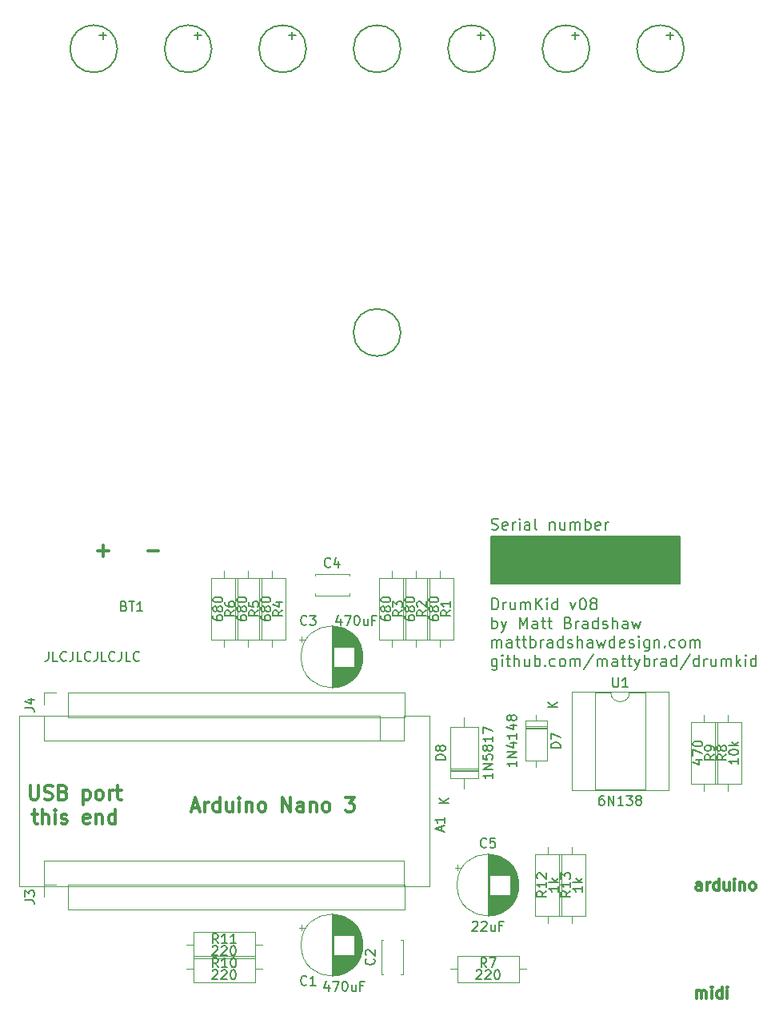
<source format=gbr>
G04 #@! TF.GenerationSoftware,KiCad,Pcbnew,(5.1.5)-3*
G04 #@! TF.CreationDate,2020-06-23T14:27:24+01:00*
G04 #@! TF.ProjectId,drumkid,6472756d-6b69-4642-9e6b-696361645f70,rev?*
G04 #@! TF.SameCoordinates,Original*
G04 #@! TF.FileFunction,Legend,Top*
G04 #@! TF.FilePolarity,Positive*
%FSLAX46Y46*%
G04 Gerber Fmt 4.6, Leading zero omitted, Abs format (unit mm)*
G04 Created by KiCad (PCBNEW (5.1.5)-3) date 2020-06-23 14:27:24*
%MOMM*%
%LPD*%
G04 APERTURE LIST*
%ADD10C,0.150000*%
%ADD11C,0.200000*%
%ADD12C,0.300000*%
%ADD13C,0.120000*%
G04 APERTURE END LIST*
D10*
X130619047Y-48571428D02*
X131380952Y-48571428D01*
X131000000Y-48952380D02*
X131000000Y-48190476D01*
X120619047Y-48571428D02*
X121380952Y-48571428D01*
X121000000Y-48952380D02*
X121000000Y-48190476D01*
X110619047Y-48571428D02*
X111380952Y-48571428D01*
X111000000Y-48952380D02*
X111000000Y-48190476D01*
X90619047Y-48571428D02*
X91380952Y-48571428D01*
X91000000Y-48952380D02*
X91000000Y-48190476D01*
X80619047Y-48571428D02*
X81380952Y-48571428D01*
X81000000Y-48952380D02*
X81000000Y-48190476D01*
X70619047Y-48571428D02*
X71380952Y-48571428D01*
X71000000Y-48952380D02*
X71000000Y-48190476D01*
X65230952Y-113752380D02*
X65230952Y-114466666D01*
X65183333Y-114609523D01*
X65088095Y-114704761D01*
X64945238Y-114752380D01*
X64850000Y-114752380D01*
X66183333Y-114752380D02*
X65707142Y-114752380D01*
X65707142Y-113752380D01*
X67088095Y-114657142D02*
X67040476Y-114704761D01*
X66897619Y-114752380D01*
X66802380Y-114752380D01*
X66659523Y-114704761D01*
X66564285Y-114609523D01*
X66516666Y-114514285D01*
X66469047Y-114323809D01*
X66469047Y-114180952D01*
X66516666Y-113990476D01*
X66564285Y-113895238D01*
X66659523Y-113800000D01*
X66802380Y-113752380D01*
X66897619Y-113752380D01*
X67040476Y-113800000D01*
X67088095Y-113847619D01*
X67802380Y-113752380D02*
X67802380Y-114466666D01*
X67754761Y-114609523D01*
X67659523Y-114704761D01*
X67516666Y-114752380D01*
X67421428Y-114752380D01*
X68754761Y-114752380D02*
X68278571Y-114752380D01*
X68278571Y-113752380D01*
X69659523Y-114657142D02*
X69611904Y-114704761D01*
X69469047Y-114752380D01*
X69373809Y-114752380D01*
X69230952Y-114704761D01*
X69135714Y-114609523D01*
X69088095Y-114514285D01*
X69040476Y-114323809D01*
X69040476Y-114180952D01*
X69088095Y-113990476D01*
X69135714Y-113895238D01*
X69230952Y-113800000D01*
X69373809Y-113752380D01*
X69469047Y-113752380D01*
X69611904Y-113800000D01*
X69659523Y-113847619D01*
X70373809Y-113752380D02*
X70373809Y-114466666D01*
X70326190Y-114609523D01*
X70230952Y-114704761D01*
X70088095Y-114752380D01*
X69992857Y-114752380D01*
X71326190Y-114752380D02*
X70850000Y-114752380D01*
X70850000Y-113752380D01*
X72230952Y-114657142D02*
X72183333Y-114704761D01*
X72040476Y-114752380D01*
X71945238Y-114752380D01*
X71802380Y-114704761D01*
X71707142Y-114609523D01*
X71659523Y-114514285D01*
X71611904Y-114323809D01*
X71611904Y-114180952D01*
X71659523Y-113990476D01*
X71707142Y-113895238D01*
X71802380Y-113800000D01*
X71945238Y-113752380D01*
X72040476Y-113752380D01*
X72183333Y-113800000D01*
X72230952Y-113847619D01*
X72945238Y-113752380D02*
X72945238Y-114466666D01*
X72897619Y-114609523D01*
X72802380Y-114704761D01*
X72659523Y-114752380D01*
X72564285Y-114752380D01*
X73897619Y-114752380D02*
X73421428Y-114752380D01*
X73421428Y-113752380D01*
X74802380Y-114657142D02*
X74754761Y-114704761D01*
X74611904Y-114752380D01*
X74516666Y-114752380D01*
X74373809Y-114704761D01*
X74278571Y-114609523D01*
X74230952Y-114514285D01*
X74183333Y-114323809D01*
X74183333Y-114180952D01*
X74230952Y-113990476D01*
X74278571Y-113895238D01*
X74373809Y-113800000D01*
X74516666Y-113752380D01*
X74611904Y-113752380D01*
X74754761Y-113800000D01*
X74802380Y-113847619D01*
D11*
X123968095Y-128992380D02*
X123777619Y-128992380D01*
X123682380Y-129040000D01*
X123634761Y-129087619D01*
X123539523Y-129230476D01*
X123491904Y-129420952D01*
X123491904Y-129801904D01*
X123539523Y-129897142D01*
X123587142Y-129944761D01*
X123682380Y-129992380D01*
X123872857Y-129992380D01*
X123968095Y-129944761D01*
X124015714Y-129897142D01*
X124063333Y-129801904D01*
X124063333Y-129563809D01*
X124015714Y-129468571D01*
X123968095Y-129420952D01*
X123872857Y-129373333D01*
X123682380Y-129373333D01*
X123587142Y-129420952D01*
X123539523Y-129468571D01*
X123491904Y-129563809D01*
X124491904Y-129992380D02*
X124491904Y-128992380D01*
X125063333Y-129992380D01*
X125063333Y-128992380D01*
X126063333Y-129992380D02*
X125491904Y-129992380D01*
X125777619Y-129992380D02*
X125777619Y-128992380D01*
X125682380Y-129135238D01*
X125587142Y-129230476D01*
X125491904Y-129278095D01*
X126396666Y-128992380D02*
X127015714Y-128992380D01*
X126682380Y-129373333D01*
X126825238Y-129373333D01*
X126920476Y-129420952D01*
X126968095Y-129468571D01*
X127015714Y-129563809D01*
X127015714Y-129801904D01*
X126968095Y-129897142D01*
X126920476Y-129944761D01*
X126825238Y-129992380D01*
X126539523Y-129992380D01*
X126444285Y-129944761D01*
X126396666Y-129897142D01*
X127587142Y-129420952D02*
X127491904Y-129373333D01*
X127444285Y-129325714D01*
X127396666Y-129230476D01*
X127396666Y-129182857D01*
X127444285Y-129087619D01*
X127491904Y-129040000D01*
X127587142Y-128992380D01*
X127777619Y-128992380D01*
X127872857Y-129040000D01*
X127920476Y-129087619D01*
X127968095Y-129182857D01*
X127968095Y-129230476D01*
X127920476Y-129325714D01*
X127872857Y-129373333D01*
X127777619Y-129420952D01*
X127587142Y-129420952D01*
X127491904Y-129468571D01*
X127444285Y-129516190D01*
X127396666Y-129611428D01*
X127396666Y-129801904D01*
X127444285Y-129897142D01*
X127491904Y-129944761D01*
X127587142Y-129992380D01*
X127777619Y-129992380D01*
X127872857Y-129944761D01*
X127920476Y-129897142D01*
X127968095Y-129801904D01*
X127968095Y-129611428D01*
X127920476Y-129516190D01*
X127872857Y-129468571D01*
X127777619Y-129420952D01*
X114752380Y-125332857D02*
X114752380Y-125904285D01*
X114752380Y-125618571D02*
X113752380Y-125618571D01*
X113895238Y-125713809D01*
X113990476Y-125809047D01*
X114038095Y-125904285D01*
X114752380Y-124904285D02*
X113752380Y-124904285D01*
X114752380Y-124332857D01*
X113752380Y-124332857D01*
X114085714Y-123428095D02*
X114752380Y-123428095D01*
X113704761Y-123666190D02*
X114419047Y-123904285D01*
X114419047Y-123285238D01*
X114752380Y-122380476D02*
X114752380Y-122951904D01*
X114752380Y-122666190D02*
X113752380Y-122666190D01*
X113895238Y-122761428D01*
X113990476Y-122856666D01*
X114038095Y-122951904D01*
X114085714Y-121523333D02*
X114752380Y-121523333D01*
X113704761Y-121761428D02*
X114419047Y-121999523D01*
X114419047Y-121380476D01*
X114180952Y-120856666D02*
X114133333Y-120951904D01*
X114085714Y-120999523D01*
X113990476Y-121047142D01*
X113942857Y-121047142D01*
X113847619Y-120999523D01*
X113800000Y-120951904D01*
X113752380Y-120856666D01*
X113752380Y-120666190D01*
X113800000Y-120570952D01*
X113847619Y-120523333D01*
X113942857Y-120475714D01*
X113990476Y-120475714D01*
X114085714Y-120523333D01*
X114133333Y-120570952D01*
X114180952Y-120666190D01*
X114180952Y-120856666D01*
X114228571Y-120951904D01*
X114276190Y-120999523D01*
X114371428Y-121047142D01*
X114561904Y-121047142D01*
X114657142Y-120999523D01*
X114704761Y-120951904D01*
X114752380Y-120856666D01*
X114752380Y-120666190D01*
X114704761Y-120570952D01*
X114657142Y-120523333D01*
X114561904Y-120475714D01*
X114371428Y-120475714D01*
X114276190Y-120523333D01*
X114228571Y-120570952D01*
X114180952Y-120666190D01*
X112212380Y-126602857D02*
X112212380Y-127174285D01*
X112212380Y-126888571D02*
X111212380Y-126888571D01*
X111355238Y-126983809D01*
X111450476Y-127079047D01*
X111498095Y-127174285D01*
X112212380Y-126174285D02*
X111212380Y-126174285D01*
X112212380Y-125602857D01*
X111212380Y-125602857D01*
X111212380Y-124650476D02*
X111212380Y-125126666D01*
X111688571Y-125174285D01*
X111640952Y-125126666D01*
X111593333Y-125031428D01*
X111593333Y-124793333D01*
X111640952Y-124698095D01*
X111688571Y-124650476D01*
X111783809Y-124602857D01*
X112021904Y-124602857D01*
X112117142Y-124650476D01*
X112164761Y-124698095D01*
X112212380Y-124793333D01*
X112212380Y-125031428D01*
X112164761Y-125126666D01*
X112117142Y-125174285D01*
X111640952Y-124031428D02*
X111593333Y-124126666D01*
X111545714Y-124174285D01*
X111450476Y-124221904D01*
X111402857Y-124221904D01*
X111307619Y-124174285D01*
X111260000Y-124126666D01*
X111212380Y-124031428D01*
X111212380Y-123840952D01*
X111260000Y-123745714D01*
X111307619Y-123698095D01*
X111402857Y-123650476D01*
X111450476Y-123650476D01*
X111545714Y-123698095D01*
X111593333Y-123745714D01*
X111640952Y-123840952D01*
X111640952Y-124031428D01*
X111688571Y-124126666D01*
X111736190Y-124174285D01*
X111831428Y-124221904D01*
X112021904Y-124221904D01*
X112117142Y-124174285D01*
X112164761Y-124126666D01*
X112212380Y-124031428D01*
X112212380Y-123840952D01*
X112164761Y-123745714D01*
X112117142Y-123698095D01*
X112021904Y-123650476D01*
X111831428Y-123650476D01*
X111736190Y-123698095D01*
X111688571Y-123745714D01*
X111640952Y-123840952D01*
X112212380Y-122698095D02*
X112212380Y-123269523D01*
X112212380Y-122983809D02*
X111212380Y-122983809D01*
X111355238Y-123079047D01*
X111450476Y-123174285D01*
X111498095Y-123269523D01*
X111212380Y-122364761D02*
X111212380Y-121698095D01*
X112212380Y-122126666D01*
D12*
X134345000Y-138972857D02*
X134345000Y-138344285D01*
X134287857Y-138230000D01*
X134173571Y-138172857D01*
X133945000Y-138172857D01*
X133830714Y-138230000D01*
X134345000Y-138915714D02*
X134230714Y-138972857D01*
X133945000Y-138972857D01*
X133830714Y-138915714D01*
X133773571Y-138801428D01*
X133773571Y-138687142D01*
X133830714Y-138572857D01*
X133945000Y-138515714D01*
X134230714Y-138515714D01*
X134345000Y-138458571D01*
X134916428Y-138972857D02*
X134916428Y-138172857D01*
X134916428Y-138401428D02*
X134973571Y-138287142D01*
X135030714Y-138230000D01*
X135145000Y-138172857D01*
X135259285Y-138172857D01*
X136173571Y-138972857D02*
X136173571Y-137772857D01*
X136173571Y-138915714D02*
X136059285Y-138972857D01*
X135830714Y-138972857D01*
X135716428Y-138915714D01*
X135659285Y-138858571D01*
X135602142Y-138744285D01*
X135602142Y-138401428D01*
X135659285Y-138287142D01*
X135716428Y-138230000D01*
X135830714Y-138172857D01*
X136059285Y-138172857D01*
X136173571Y-138230000D01*
X137259285Y-138172857D02*
X137259285Y-138972857D01*
X136745000Y-138172857D02*
X136745000Y-138801428D01*
X136802142Y-138915714D01*
X136916428Y-138972857D01*
X137087857Y-138972857D01*
X137202142Y-138915714D01*
X137259285Y-138858571D01*
X137830714Y-138972857D02*
X137830714Y-138172857D01*
X137830714Y-137772857D02*
X137773571Y-137830000D01*
X137830714Y-137887142D01*
X137887857Y-137830000D01*
X137830714Y-137772857D01*
X137830714Y-137887142D01*
X138402142Y-138172857D02*
X138402142Y-138972857D01*
X138402142Y-138287142D02*
X138459285Y-138230000D01*
X138573571Y-138172857D01*
X138745000Y-138172857D01*
X138859285Y-138230000D01*
X138916428Y-138344285D01*
X138916428Y-138972857D01*
X139659285Y-138972857D02*
X139545000Y-138915714D01*
X139487857Y-138858571D01*
X139430714Y-138744285D01*
X139430714Y-138401428D01*
X139487857Y-138287142D01*
X139545000Y-138230000D01*
X139659285Y-138172857D01*
X139830714Y-138172857D01*
X139945000Y-138230000D01*
X140002142Y-138287142D01*
X140059285Y-138401428D01*
X140059285Y-138744285D01*
X140002142Y-138858571D01*
X139945000Y-138915714D01*
X139830714Y-138972857D01*
X139659285Y-138972857D01*
X133830714Y-150402857D02*
X133830714Y-149602857D01*
X133830714Y-149717142D02*
X133887857Y-149660000D01*
X134002142Y-149602857D01*
X134173571Y-149602857D01*
X134287857Y-149660000D01*
X134345000Y-149774285D01*
X134345000Y-150402857D01*
X134345000Y-149774285D02*
X134402142Y-149660000D01*
X134516428Y-149602857D01*
X134687857Y-149602857D01*
X134802142Y-149660000D01*
X134859285Y-149774285D01*
X134859285Y-150402857D01*
X135430714Y-150402857D02*
X135430714Y-149602857D01*
X135430714Y-149202857D02*
X135373571Y-149260000D01*
X135430714Y-149317142D01*
X135487857Y-149260000D01*
X135430714Y-149202857D01*
X135430714Y-149317142D01*
X136516428Y-150402857D02*
X136516428Y-149202857D01*
X136516428Y-150345714D02*
X136402142Y-150402857D01*
X136173571Y-150402857D01*
X136059285Y-150345714D01*
X136002142Y-150288571D01*
X135945000Y-150174285D01*
X135945000Y-149831428D01*
X136002142Y-149717142D01*
X136059285Y-149660000D01*
X136173571Y-149602857D01*
X136402142Y-149602857D01*
X136516428Y-149660000D01*
X137087857Y-150402857D02*
X137087857Y-149602857D01*
X137087857Y-149202857D02*
X137030714Y-149260000D01*
X137087857Y-149317142D01*
X137145000Y-149260000D01*
X137087857Y-149202857D01*
X137087857Y-149317142D01*
X63285714Y-127903571D02*
X63285714Y-129117857D01*
X63357142Y-129260714D01*
X63428571Y-129332142D01*
X63571428Y-129403571D01*
X63857142Y-129403571D01*
X64000000Y-129332142D01*
X64071428Y-129260714D01*
X64142857Y-129117857D01*
X64142857Y-127903571D01*
X64785714Y-129332142D02*
X65000000Y-129403571D01*
X65357142Y-129403571D01*
X65500000Y-129332142D01*
X65571428Y-129260714D01*
X65642857Y-129117857D01*
X65642857Y-128975000D01*
X65571428Y-128832142D01*
X65500000Y-128760714D01*
X65357142Y-128689285D01*
X65071428Y-128617857D01*
X64928571Y-128546428D01*
X64857142Y-128475000D01*
X64785714Y-128332142D01*
X64785714Y-128189285D01*
X64857142Y-128046428D01*
X64928571Y-127975000D01*
X65071428Y-127903571D01*
X65428571Y-127903571D01*
X65642857Y-127975000D01*
X66785714Y-128617857D02*
X67000000Y-128689285D01*
X67071428Y-128760714D01*
X67142857Y-128903571D01*
X67142857Y-129117857D01*
X67071428Y-129260714D01*
X67000000Y-129332142D01*
X66857142Y-129403571D01*
X66285714Y-129403571D01*
X66285714Y-127903571D01*
X66785714Y-127903571D01*
X66928571Y-127975000D01*
X67000000Y-128046428D01*
X67071428Y-128189285D01*
X67071428Y-128332142D01*
X67000000Y-128475000D01*
X66928571Y-128546428D01*
X66785714Y-128617857D01*
X66285714Y-128617857D01*
X68928571Y-128403571D02*
X68928571Y-129903571D01*
X68928571Y-128475000D02*
X69071428Y-128403571D01*
X69357142Y-128403571D01*
X69500000Y-128475000D01*
X69571428Y-128546428D01*
X69642857Y-128689285D01*
X69642857Y-129117857D01*
X69571428Y-129260714D01*
X69500000Y-129332142D01*
X69357142Y-129403571D01*
X69071428Y-129403571D01*
X68928571Y-129332142D01*
X70500000Y-129403571D02*
X70357142Y-129332142D01*
X70285714Y-129260714D01*
X70214285Y-129117857D01*
X70214285Y-128689285D01*
X70285714Y-128546428D01*
X70357142Y-128475000D01*
X70500000Y-128403571D01*
X70714285Y-128403571D01*
X70857142Y-128475000D01*
X70928571Y-128546428D01*
X71000000Y-128689285D01*
X71000000Y-129117857D01*
X70928571Y-129260714D01*
X70857142Y-129332142D01*
X70714285Y-129403571D01*
X70500000Y-129403571D01*
X71642857Y-129403571D02*
X71642857Y-128403571D01*
X71642857Y-128689285D02*
X71714285Y-128546428D01*
X71785714Y-128475000D01*
X71928571Y-128403571D01*
X72071428Y-128403571D01*
X72357142Y-128403571D02*
X72928571Y-128403571D01*
X72571428Y-127903571D02*
X72571428Y-129189285D01*
X72642857Y-129332142D01*
X72785714Y-129403571D01*
X72928571Y-129403571D01*
X63500000Y-130953571D02*
X64071428Y-130953571D01*
X63714285Y-130453571D02*
X63714285Y-131739285D01*
X63785714Y-131882142D01*
X63928571Y-131953571D01*
X64071428Y-131953571D01*
X64571428Y-131953571D02*
X64571428Y-130453571D01*
X65214285Y-131953571D02*
X65214285Y-131167857D01*
X65142857Y-131025000D01*
X65000000Y-130953571D01*
X64785714Y-130953571D01*
X64642857Y-131025000D01*
X64571428Y-131096428D01*
X65928571Y-131953571D02*
X65928571Y-130953571D01*
X65928571Y-130453571D02*
X65857142Y-130525000D01*
X65928571Y-130596428D01*
X66000000Y-130525000D01*
X65928571Y-130453571D01*
X65928571Y-130596428D01*
X66571428Y-131882142D02*
X66714285Y-131953571D01*
X67000000Y-131953571D01*
X67142857Y-131882142D01*
X67214285Y-131739285D01*
X67214285Y-131667857D01*
X67142857Y-131525000D01*
X67000000Y-131453571D01*
X66785714Y-131453571D01*
X66642857Y-131382142D01*
X66571428Y-131239285D01*
X66571428Y-131167857D01*
X66642857Y-131025000D01*
X66785714Y-130953571D01*
X67000000Y-130953571D01*
X67142857Y-131025000D01*
X69571428Y-131882142D02*
X69428571Y-131953571D01*
X69142857Y-131953571D01*
X69000000Y-131882142D01*
X68928571Y-131739285D01*
X68928571Y-131167857D01*
X69000000Y-131025000D01*
X69142857Y-130953571D01*
X69428571Y-130953571D01*
X69571428Y-131025000D01*
X69642857Y-131167857D01*
X69642857Y-131310714D01*
X68928571Y-131453571D01*
X70285714Y-130953571D02*
X70285714Y-131953571D01*
X70285714Y-131096428D02*
X70357142Y-131025000D01*
X70500000Y-130953571D01*
X70714285Y-130953571D01*
X70857142Y-131025000D01*
X70928571Y-131167857D01*
X70928571Y-131953571D01*
X72285714Y-131953571D02*
X72285714Y-130453571D01*
X72285714Y-131882142D02*
X72142857Y-131953571D01*
X71857142Y-131953571D01*
X71714285Y-131882142D01*
X71642857Y-131810714D01*
X71571428Y-131667857D01*
X71571428Y-131239285D01*
X71642857Y-131096428D01*
X71714285Y-131025000D01*
X71857142Y-130953571D01*
X72142857Y-130953571D01*
X72285714Y-131025000D01*
X80428571Y-130250000D02*
X81142857Y-130250000D01*
X80285714Y-130678571D02*
X80785714Y-129178571D01*
X81285714Y-130678571D01*
X81785714Y-130678571D02*
X81785714Y-129678571D01*
X81785714Y-129964285D02*
X81857142Y-129821428D01*
X81928571Y-129750000D01*
X82071428Y-129678571D01*
X82214285Y-129678571D01*
X83357142Y-130678571D02*
X83357142Y-129178571D01*
X83357142Y-130607142D02*
X83214285Y-130678571D01*
X82928571Y-130678571D01*
X82785714Y-130607142D01*
X82714285Y-130535714D01*
X82642857Y-130392857D01*
X82642857Y-129964285D01*
X82714285Y-129821428D01*
X82785714Y-129750000D01*
X82928571Y-129678571D01*
X83214285Y-129678571D01*
X83357142Y-129750000D01*
X84714285Y-129678571D02*
X84714285Y-130678571D01*
X84071428Y-129678571D02*
X84071428Y-130464285D01*
X84142857Y-130607142D01*
X84285714Y-130678571D01*
X84499999Y-130678571D01*
X84642857Y-130607142D01*
X84714285Y-130535714D01*
X85428571Y-130678571D02*
X85428571Y-129678571D01*
X85428571Y-129178571D02*
X85357142Y-129250000D01*
X85428571Y-129321428D01*
X85499999Y-129250000D01*
X85428571Y-129178571D01*
X85428571Y-129321428D01*
X86142857Y-129678571D02*
X86142857Y-130678571D01*
X86142857Y-129821428D02*
X86214285Y-129750000D01*
X86357142Y-129678571D01*
X86571428Y-129678571D01*
X86714285Y-129750000D01*
X86785714Y-129892857D01*
X86785714Y-130678571D01*
X87714285Y-130678571D02*
X87571428Y-130607142D01*
X87500000Y-130535714D01*
X87428571Y-130392857D01*
X87428571Y-129964285D01*
X87500000Y-129821428D01*
X87571428Y-129750000D01*
X87714285Y-129678571D01*
X87928571Y-129678571D01*
X88071428Y-129750000D01*
X88142857Y-129821428D01*
X88214285Y-129964285D01*
X88214285Y-130392857D01*
X88142857Y-130535714D01*
X88071428Y-130607142D01*
X87928571Y-130678571D01*
X87714285Y-130678571D01*
X89999999Y-130678571D02*
X89999999Y-129178571D01*
X90857142Y-130678571D01*
X90857142Y-129178571D01*
X92214285Y-130678571D02*
X92214285Y-129892857D01*
X92142857Y-129750000D01*
X91999999Y-129678571D01*
X91714285Y-129678571D01*
X91571428Y-129750000D01*
X92214285Y-130607142D02*
X92071428Y-130678571D01*
X91714285Y-130678571D01*
X91571428Y-130607142D01*
X91499999Y-130464285D01*
X91499999Y-130321428D01*
X91571428Y-130178571D01*
X91714285Y-130107142D01*
X92071428Y-130107142D01*
X92214285Y-130035714D01*
X92928571Y-129678571D02*
X92928571Y-130678571D01*
X92928571Y-129821428D02*
X92999999Y-129750000D01*
X93142857Y-129678571D01*
X93357142Y-129678571D01*
X93499999Y-129750000D01*
X93571428Y-129892857D01*
X93571428Y-130678571D01*
X94499999Y-130678571D02*
X94357142Y-130607142D01*
X94285714Y-130535714D01*
X94214285Y-130392857D01*
X94214285Y-129964285D01*
X94285714Y-129821428D01*
X94357142Y-129750000D01*
X94499999Y-129678571D01*
X94714285Y-129678571D01*
X94857142Y-129750000D01*
X94928571Y-129821428D01*
X94999999Y-129964285D01*
X94999999Y-130392857D01*
X94928571Y-130535714D01*
X94857142Y-130607142D01*
X94714285Y-130678571D01*
X94499999Y-130678571D01*
X96642857Y-129178571D02*
X97571428Y-129178571D01*
X97071428Y-129750000D01*
X97285714Y-129750000D01*
X97428571Y-129821428D01*
X97499999Y-129892857D01*
X97571428Y-130035714D01*
X97571428Y-130392857D01*
X97499999Y-130535714D01*
X97428571Y-130607142D01*
X97285714Y-130678571D01*
X96857142Y-130678571D01*
X96714285Y-130607142D01*
X96642857Y-130535714D01*
X70445714Y-103107142D02*
X71588571Y-103107142D01*
X71017142Y-103678571D02*
X71017142Y-102535714D01*
X75731428Y-103107142D02*
X76874285Y-103107142D01*
D11*
X112175714Y-109302857D02*
X112175714Y-108102857D01*
X112461428Y-108102857D01*
X112632857Y-108160000D01*
X112747142Y-108274285D01*
X112804285Y-108388571D01*
X112861428Y-108617142D01*
X112861428Y-108788571D01*
X112804285Y-109017142D01*
X112747142Y-109131428D01*
X112632857Y-109245714D01*
X112461428Y-109302857D01*
X112175714Y-109302857D01*
X113375714Y-109302857D02*
X113375714Y-108502857D01*
X113375714Y-108731428D02*
X113432857Y-108617142D01*
X113490000Y-108560000D01*
X113604285Y-108502857D01*
X113718571Y-108502857D01*
X114632857Y-108502857D02*
X114632857Y-109302857D01*
X114118571Y-108502857D02*
X114118571Y-109131428D01*
X114175714Y-109245714D01*
X114290000Y-109302857D01*
X114461428Y-109302857D01*
X114575714Y-109245714D01*
X114632857Y-109188571D01*
X115204285Y-109302857D02*
X115204285Y-108502857D01*
X115204285Y-108617142D02*
X115261428Y-108560000D01*
X115375714Y-108502857D01*
X115547142Y-108502857D01*
X115661428Y-108560000D01*
X115718571Y-108674285D01*
X115718571Y-109302857D01*
X115718571Y-108674285D02*
X115775714Y-108560000D01*
X115890000Y-108502857D01*
X116061428Y-108502857D01*
X116175714Y-108560000D01*
X116232857Y-108674285D01*
X116232857Y-109302857D01*
X116804285Y-109302857D02*
X116804285Y-108102857D01*
X117490000Y-109302857D02*
X116975714Y-108617142D01*
X117490000Y-108102857D02*
X116804285Y-108788571D01*
X118004285Y-109302857D02*
X118004285Y-108502857D01*
X118004285Y-108102857D02*
X117947142Y-108160000D01*
X118004285Y-108217142D01*
X118061428Y-108160000D01*
X118004285Y-108102857D01*
X118004285Y-108217142D01*
X119090000Y-109302857D02*
X119090000Y-108102857D01*
X119090000Y-109245714D02*
X118975714Y-109302857D01*
X118747142Y-109302857D01*
X118632857Y-109245714D01*
X118575714Y-109188571D01*
X118518571Y-109074285D01*
X118518571Y-108731428D01*
X118575714Y-108617142D01*
X118632857Y-108560000D01*
X118747142Y-108502857D01*
X118975714Y-108502857D01*
X119090000Y-108560000D01*
X120461428Y-108502857D02*
X120747142Y-109302857D01*
X121032857Y-108502857D01*
X121718571Y-108102857D02*
X121832857Y-108102857D01*
X121947142Y-108160000D01*
X122004285Y-108217142D01*
X122061428Y-108331428D01*
X122118571Y-108560000D01*
X122118571Y-108845714D01*
X122061428Y-109074285D01*
X122004285Y-109188571D01*
X121947142Y-109245714D01*
X121832857Y-109302857D01*
X121718571Y-109302857D01*
X121604285Y-109245714D01*
X121547142Y-109188571D01*
X121490000Y-109074285D01*
X121432857Y-108845714D01*
X121432857Y-108560000D01*
X121490000Y-108331428D01*
X121547142Y-108217142D01*
X121604285Y-108160000D01*
X121718571Y-108102857D01*
X122804285Y-108617142D02*
X122690000Y-108560000D01*
X122632857Y-108502857D01*
X122575714Y-108388571D01*
X122575714Y-108331428D01*
X122632857Y-108217142D01*
X122690000Y-108160000D01*
X122804285Y-108102857D01*
X123032857Y-108102857D01*
X123147142Y-108160000D01*
X123204285Y-108217142D01*
X123261428Y-108331428D01*
X123261428Y-108388571D01*
X123204285Y-108502857D01*
X123147142Y-108560000D01*
X123032857Y-108617142D01*
X122804285Y-108617142D01*
X122690000Y-108674285D01*
X122632857Y-108731428D01*
X122575714Y-108845714D01*
X122575714Y-109074285D01*
X122632857Y-109188571D01*
X122690000Y-109245714D01*
X122804285Y-109302857D01*
X123032857Y-109302857D01*
X123147142Y-109245714D01*
X123204285Y-109188571D01*
X123261428Y-109074285D01*
X123261428Y-108845714D01*
X123204285Y-108731428D01*
X123147142Y-108674285D01*
X123032857Y-108617142D01*
X112175714Y-111302857D02*
X112175714Y-110102857D01*
X112175714Y-110560000D02*
X112290000Y-110502857D01*
X112518571Y-110502857D01*
X112632857Y-110560000D01*
X112690000Y-110617142D01*
X112747142Y-110731428D01*
X112747142Y-111074285D01*
X112690000Y-111188571D01*
X112632857Y-111245714D01*
X112518571Y-111302857D01*
X112290000Y-111302857D01*
X112175714Y-111245714D01*
X113147142Y-110502857D02*
X113432857Y-111302857D01*
X113718571Y-110502857D02*
X113432857Y-111302857D01*
X113318571Y-111588571D01*
X113261428Y-111645714D01*
X113147142Y-111702857D01*
X115090000Y-111302857D02*
X115090000Y-110102857D01*
X115490000Y-110960000D01*
X115890000Y-110102857D01*
X115890000Y-111302857D01*
X116975714Y-111302857D02*
X116975714Y-110674285D01*
X116918571Y-110560000D01*
X116804285Y-110502857D01*
X116575714Y-110502857D01*
X116461428Y-110560000D01*
X116975714Y-111245714D02*
X116861428Y-111302857D01*
X116575714Y-111302857D01*
X116461428Y-111245714D01*
X116404285Y-111131428D01*
X116404285Y-111017142D01*
X116461428Y-110902857D01*
X116575714Y-110845714D01*
X116861428Y-110845714D01*
X116975714Y-110788571D01*
X117375714Y-110502857D02*
X117832857Y-110502857D01*
X117547142Y-110102857D02*
X117547142Y-111131428D01*
X117604285Y-111245714D01*
X117718571Y-111302857D01*
X117832857Y-111302857D01*
X118061428Y-110502857D02*
X118518571Y-110502857D01*
X118232857Y-110102857D02*
X118232857Y-111131428D01*
X118290000Y-111245714D01*
X118404285Y-111302857D01*
X118518571Y-111302857D01*
X120232857Y-110674285D02*
X120404285Y-110731428D01*
X120461428Y-110788571D01*
X120518571Y-110902857D01*
X120518571Y-111074285D01*
X120461428Y-111188571D01*
X120404285Y-111245714D01*
X120290000Y-111302857D01*
X119832857Y-111302857D01*
X119832857Y-110102857D01*
X120232857Y-110102857D01*
X120347142Y-110160000D01*
X120404285Y-110217142D01*
X120461428Y-110331428D01*
X120461428Y-110445714D01*
X120404285Y-110560000D01*
X120347142Y-110617142D01*
X120232857Y-110674285D01*
X119832857Y-110674285D01*
X121032857Y-111302857D02*
X121032857Y-110502857D01*
X121032857Y-110731428D02*
X121090000Y-110617142D01*
X121147142Y-110560000D01*
X121261428Y-110502857D01*
X121375714Y-110502857D01*
X122290000Y-111302857D02*
X122290000Y-110674285D01*
X122232857Y-110560000D01*
X122118571Y-110502857D01*
X121890000Y-110502857D01*
X121775714Y-110560000D01*
X122290000Y-111245714D02*
X122175714Y-111302857D01*
X121890000Y-111302857D01*
X121775714Y-111245714D01*
X121718571Y-111131428D01*
X121718571Y-111017142D01*
X121775714Y-110902857D01*
X121890000Y-110845714D01*
X122175714Y-110845714D01*
X122290000Y-110788571D01*
X123375714Y-111302857D02*
X123375714Y-110102857D01*
X123375714Y-111245714D02*
X123261428Y-111302857D01*
X123032857Y-111302857D01*
X122918571Y-111245714D01*
X122861428Y-111188571D01*
X122804285Y-111074285D01*
X122804285Y-110731428D01*
X122861428Y-110617142D01*
X122918571Y-110560000D01*
X123032857Y-110502857D01*
X123261428Y-110502857D01*
X123375714Y-110560000D01*
X123890000Y-111245714D02*
X124004285Y-111302857D01*
X124232857Y-111302857D01*
X124347142Y-111245714D01*
X124404285Y-111131428D01*
X124404285Y-111074285D01*
X124347142Y-110960000D01*
X124232857Y-110902857D01*
X124061428Y-110902857D01*
X123947142Y-110845714D01*
X123890000Y-110731428D01*
X123890000Y-110674285D01*
X123947142Y-110560000D01*
X124061428Y-110502857D01*
X124232857Y-110502857D01*
X124347142Y-110560000D01*
X124918571Y-111302857D02*
X124918571Y-110102857D01*
X125432857Y-111302857D02*
X125432857Y-110674285D01*
X125375714Y-110560000D01*
X125261428Y-110502857D01*
X125090000Y-110502857D01*
X124975714Y-110560000D01*
X124918571Y-110617142D01*
X126518571Y-111302857D02*
X126518571Y-110674285D01*
X126461428Y-110560000D01*
X126347142Y-110502857D01*
X126118571Y-110502857D01*
X126004285Y-110560000D01*
X126518571Y-111245714D02*
X126404285Y-111302857D01*
X126118571Y-111302857D01*
X126004285Y-111245714D01*
X125947142Y-111131428D01*
X125947142Y-111017142D01*
X126004285Y-110902857D01*
X126118571Y-110845714D01*
X126404285Y-110845714D01*
X126518571Y-110788571D01*
X126975714Y-110502857D02*
X127204285Y-111302857D01*
X127432857Y-110731428D01*
X127661428Y-111302857D01*
X127890000Y-110502857D01*
X112175714Y-113302857D02*
X112175714Y-112502857D01*
X112175714Y-112617142D02*
X112232857Y-112560000D01*
X112347142Y-112502857D01*
X112518571Y-112502857D01*
X112632857Y-112560000D01*
X112690000Y-112674285D01*
X112690000Y-113302857D01*
X112690000Y-112674285D02*
X112747142Y-112560000D01*
X112861428Y-112502857D01*
X113032857Y-112502857D01*
X113147142Y-112560000D01*
X113204285Y-112674285D01*
X113204285Y-113302857D01*
X114290000Y-113302857D02*
X114290000Y-112674285D01*
X114232857Y-112560000D01*
X114118571Y-112502857D01*
X113890000Y-112502857D01*
X113775714Y-112560000D01*
X114290000Y-113245714D02*
X114175714Y-113302857D01*
X113890000Y-113302857D01*
X113775714Y-113245714D01*
X113718571Y-113131428D01*
X113718571Y-113017142D01*
X113775714Y-112902857D01*
X113890000Y-112845714D01*
X114175714Y-112845714D01*
X114290000Y-112788571D01*
X114690000Y-112502857D02*
X115147142Y-112502857D01*
X114861428Y-112102857D02*
X114861428Y-113131428D01*
X114918571Y-113245714D01*
X115032857Y-113302857D01*
X115147142Y-113302857D01*
X115375714Y-112502857D02*
X115832857Y-112502857D01*
X115547142Y-112102857D02*
X115547142Y-113131428D01*
X115604285Y-113245714D01*
X115718571Y-113302857D01*
X115832857Y-113302857D01*
X116232857Y-113302857D02*
X116232857Y-112102857D01*
X116232857Y-112560000D02*
X116347142Y-112502857D01*
X116575714Y-112502857D01*
X116690000Y-112560000D01*
X116747142Y-112617142D01*
X116804285Y-112731428D01*
X116804285Y-113074285D01*
X116747142Y-113188571D01*
X116690000Y-113245714D01*
X116575714Y-113302857D01*
X116347142Y-113302857D01*
X116232857Y-113245714D01*
X117318571Y-113302857D02*
X117318571Y-112502857D01*
X117318571Y-112731428D02*
X117375714Y-112617142D01*
X117432857Y-112560000D01*
X117547142Y-112502857D01*
X117661428Y-112502857D01*
X118575714Y-113302857D02*
X118575714Y-112674285D01*
X118518571Y-112560000D01*
X118404285Y-112502857D01*
X118175714Y-112502857D01*
X118061428Y-112560000D01*
X118575714Y-113245714D02*
X118461428Y-113302857D01*
X118175714Y-113302857D01*
X118061428Y-113245714D01*
X118004285Y-113131428D01*
X118004285Y-113017142D01*
X118061428Y-112902857D01*
X118175714Y-112845714D01*
X118461428Y-112845714D01*
X118575714Y-112788571D01*
X119661428Y-113302857D02*
X119661428Y-112102857D01*
X119661428Y-113245714D02*
X119547142Y-113302857D01*
X119318571Y-113302857D01*
X119204285Y-113245714D01*
X119147142Y-113188571D01*
X119090000Y-113074285D01*
X119090000Y-112731428D01*
X119147142Y-112617142D01*
X119204285Y-112560000D01*
X119318571Y-112502857D01*
X119547142Y-112502857D01*
X119661428Y-112560000D01*
X120175714Y-113245714D02*
X120290000Y-113302857D01*
X120518571Y-113302857D01*
X120632857Y-113245714D01*
X120690000Y-113131428D01*
X120690000Y-113074285D01*
X120632857Y-112960000D01*
X120518571Y-112902857D01*
X120347142Y-112902857D01*
X120232857Y-112845714D01*
X120175714Y-112731428D01*
X120175714Y-112674285D01*
X120232857Y-112560000D01*
X120347142Y-112502857D01*
X120518571Y-112502857D01*
X120632857Y-112560000D01*
X121204285Y-113302857D02*
X121204285Y-112102857D01*
X121718571Y-113302857D02*
X121718571Y-112674285D01*
X121661428Y-112560000D01*
X121547142Y-112502857D01*
X121375714Y-112502857D01*
X121261428Y-112560000D01*
X121204285Y-112617142D01*
X122804285Y-113302857D02*
X122804285Y-112674285D01*
X122747142Y-112560000D01*
X122632857Y-112502857D01*
X122404285Y-112502857D01*
X122290000Y-112560000D01*
X122804285Y-113245714D02*
X122690000Y-113302857D01*
X122404285Y-113302857D01*
X122290000Y-113245714D01*
X122232857Y-113131428D01*
X122232857Y-113017142D01*
X122290000Y-112902857D01*
X122404285Y-112845714D01*
X122690000Y-112845714D01*
X122804285Y-112788571D01*
X123261428Y-112502857D02*
X123490000Y-113302857D01*
X123718571Y-112731428D01*
X123947142Y-113302857D01*
X124175714Y-112502857D01*
X125147142Y-113302857D02*
X125147142Y-112102857D01*
X125147142Y-113245714D02*
X125032857Y-113302857D01*
X124804285Y-113302857D01*
X124690000Y-113245714D01*
X124632857Y-113188571D01*
X124575714Y-113074285D01*
X124575714Y-112731428D01*
X124632857Y-112617142D01*
X124690000Y-112560000D01*
X124804285Y-112502857D01*
X125032857Y-112502857D01*
X125147142Y-112560000D01*
X126175714Y-113245714D02*
X126061428Y-113302857D01*
X125832857Y-113302857D01*
X125718571Y-113245714D01*
X125661428Y-113131428D01*
X125661428Y-112674285D01*
X125718571Y-112560000D01*
X125832857Y-112502857D01*
X126061428Y-112502857D01*
X126175714Y-112560000D01*
X126232857Y-112674285D01*
X126232857Y-112788571D01*
X125661428Y-112902857D01*
X126690000Y-113245714D02*
X126804285Y-113302857D01*
X127032857Y-113302857D01*
X127147142Y-113245714D01*
X127204285Y-113131428D01*
X127204285Y-113074285D01*
X127147142Y-112960000D01*
X127032857Y-112902857D01*
X126861428Y-112902857D01*
X126747142Y-112845714D01*
X126690000Y-112731428D01*
X126690000Y-112674285D01*
X126747142Y-112560000D01*
X126861428Y-112502857D01*
X127032857Y-112502857D01*
X127147142Y-112560000D01*
X127718571Y-113302857D02*
X127718571Y-112502857D01*
X127718571Y-112102857D02*
X127661428Y-112160000D01*
X127718571Y-112217142D01*
X127775714Y-112160000D01*
X127718571Y-112102857D01*
X127718571Y-112217142D01*
X128804285Y-112502857D02*
X128804285Y-113474285D01*
X128747142Y-113588571D01*
X128690000Y-113645714D01*
X128575714Y-113702857D01*
X128404285Y-113702857D01*
X128290000Y-113645714D01*
X128804285Y-113245714D02*
X128690000Y-113302857D01*
X128461428Y-113302857D01*
X128347142Y-113245714D01*
X128290000Y-113188571D01*
X128232857Y-113074285D01*
X128232857Y-112731428D01*
X128290000Y-112617142D01*
X128347142Y-112560000D01*
X128461428Y-112502857D01*
X128690000Y-112502857D01*
X128804285Y-112560000D01*
X129375714Y-112502857D02*
X129375714Y-113302857D01*
X129375714Y-112617142D02*
X129432857Y-112560000D01*
X129547142Y-112502857D01*
X129718571Y-112502857D01*
X129832857Y-112560000D01*
X129890000Y-112674285D01*
X129890000Y-113302857D01*
X130461428Y-113188571D02*
X130518571Y-113245714D01*
X130461428Y-113302857D01*
X130404285Y-113245714D01*
X130461428Y-113188571D01*
X130461428Y-113302857D01*
X131547142Y-113245714D02*
X131432857Y-113302857D01*
X131204285Y-113302857D01*
X131090000Y-113245714D01*
X131032857Y-113188571D01*
X130975714Y-113074285D01*
X130975714Y-112731428D01*
X131032857Y-112617142D01*
X131090000Y-112560000D01*
X131204285Y-112502857D01*
X131432857Y-112502857D01*
X131547142Y-112560000D01*
X132232857Y-113302857D02*
X132118571Y-113245714D01*
X132061428Y-113188571D01*
X132004285Y-113074285D01*
X132004285Y-112731428D01*
X132061428Y-112617142D01*
X132118571Y-112560000D01*
X132232857Y-112502857D01*
X132404285Y-112502857D01*
X132518571Y-112560000D01*
X132575714Y-112617142D01*
X132632857Y-112731428D01*
X132632857Y-113074285D01*
X132575714Y-113188571D01*
X132518571Y-113245714D01*
X132404285Y-113302857D01*
X132232857Y-113302857D01*
X133147142Y-113302857D02*
X133147142Y-112502857D01*
X133147142Y-112617142D02*
X133204285Y-112560000D01*
X133318571Y-112502857D01*
X133490000Y-112502857D01*
X133604285Y-112560000D01*
X133661428Y-112674285D01*
X133661428Y-113302857D01*
X133661428Y-112674285D02*
X133718571Y-112560000D01*
X133832857Y-112502857D01*
X134004285Y-112502857D01*
X134118571Y-112560000D01*
X134175714Y-112674285D01*
X134175714Y-113302857D01*
X112690000Y-114502857D02*
X112690000Y-115474285D01*
X112632857Y-115588571D01*
X112575714Y-115645714D01*
X112461428Y-115702857D01*
X112290000Y-115702857D01*
X112175714Y-115645714D01*
X112690000Y-115245714D02*
X112575714Y-115302857D01*
X112347142Y-115302857D01*
X112232857Y-115245714D01*
X112175714Y-115188571D01*
X112118571Y-115074285D01*
X112118571Y-114731428D01*
X112175714Y-114617142D01*
X112232857Y-114560000D01*
X112347142Y-114502857D01*
X112575714Y-114502857D01*
X112690000Y-114560000D01*
X113261428Y-115302857D02*
X113261428Y-114502857D01*
X113261428Y-114102857D02*
X113204285Y-114160000D01*
X113261428Y-114217142D01*
X113318571Y-114160000D01*
X113261428Y-114102857D01*
X113261428Y-114217142D01*
X113661428Y-114502857D02*
X114118571Y-114502857D01*
X113832857Y-114102857D02*
X113832857Y-115131428D01*
X113890000Y-115245714D01*
X114004285Y-115302857D01*
X114118571Y-115302857D01*
X114518571Y-115302857D02*
X114518571Y-114102857D01*
X115032857Y-115302857D02*
X115032857Y-114674285D01*
X114975714Y-114560000D01*
X114861428Y-114502857D01*
X114690000Y-114502857D01*
X114575714Y-114560000D01*
X114518571Y-114617142D01*
X116118571Y-114502857D02*
X116118571Y-115302857D01*
X115604285Y-114502857D02*
X115604285Y-115131428D01*
X115661428Y-115245714D01*
X115775714Y-115302857D01*
X115947142Y-115302857D01*
X116061428Y-115245714D01*
X116118571Y-115188571D01*
X116690000Y-115302857D02*
X116690000Y-114102857D01*
X116690000Y-114560000D02*
X116804285Y-114502857D01*
X117032857Y-114502857D01*
X117147142Y-114560000D01*
X117204285Y-114617142D01*
X117261428Y-114731428D01*
X117261428Y-115074285D01*
X117204285Y-115188571D01*
X117147142Y-115245714D01*
X117032857Y-115302857D01*
X116804285Y-115302857D01*
X116690000Y-115245714D01*
X117775714Y-115188571D02*
X117832857Y-115245714D01*
X117775714Y-115302857D01*
X117718571Y-115245714D01*
X117775714Y-115188571D01*
X117775714Y-115302857D01*
X118861428Y-115245714D02*
X118747142Y-115302857D01*
X118518571Y-115302857D01*
X118404285Y-115245714D01*
X118347142Y-115188571D01*
X118290000Y-115074285D01*
X118290000Y-114731428D01*
X118347142Y-114617142D01*
X118404285Y-114560000D01*
X118518571Y-114502857D01*
X118747142Y-114502857D01*
X118861428Y-114560000D01*
X119547142Y-115302857D02*
X119432857Y-115245714D01*
X119375714Y-115188571D01*
X119318571Y-115074285D01*
X119318571Y-114731428D01*
X119375714Y-114617142D01*
X119432857Y-114560000D01*
X119547142Y-114502857D01*
X119718571Y-114502857D01*
X119832857Y-114560000D01*
X119890000Y-114617142D01*
X119947142Y-114731428D01*
X119947142Y-115074285D01*
X119890000Y-115188571D01*
X119832857Y-115245714D01*
X119718571Y-115302857D01*
X119547142Y-115302857D01*
X120461428Y-115302857D02*
X120461428Y-114502857D01*
X120461428Y-114617142D02*
X120518571Y-114560000D01*
X120632857Y-114502857D01*
X120804285Y-114502857D01*
X120918571Y-114560000D01*
X120975714Y-114674285D01*
X120975714Y-115302857D01*
X120975714Y-114674285D02*
X121032857Y-114560000D01*
X121147142Y-114502857D01*
X121318571Y-114502857D01*
X121432857Y-114560000D01*
X121490000Y-114674285D01*
X121490000Y-115302857D01*
X122918571Y-114045714D02*
X121890000Y-115588571D01*
X123318571Y-115302857D02*
X123318571Y-114502857D01*
X123318571Y-114617142D02*
X123375714Y-114560000D01*
X123490000Y-114502857D01*
X123661428Y-114502857D01*
X123775714Y-114560000D01*
X123832857Y-114674285D01*
X123832857Y-115302857D01*
X123832857Y-114674285D02*
X123890000Y-114560000D01*
X124004285Y-114502857D01*
X124175714Y-114502857D01*
X124290000Y-114560000D01*
X124347142Y-114674285D01*
X124347142Y-115302857D01*
X125432857Y-115302857D02*
X125432857Y-114674285D01*
X125375714Y-114560000D01*
X125261428Y-114502857D01*
X125032857Y-114502857D01*
X124918571Y-114560000D01*
X125432857Y-115245714D02*
X125318571Y-115302857D01*
X125032857Y-115302857D01*
X124918571Y-115245714D01*
X124861428Y-115131428D01*
X124861428Y-115017142D01*
X124918571Y-114902857D01*
X125032857Y-114845714D01*
X125318571Y-114845714D01*
X125432857Y-114788571D01*
X125832857Y-114502857D02*
X126290000Y-114502857D01*
X126004285Y-114102857D02*
X126004285Y-115131428D01*
X126061428Y-115245714D01*
X126175714Y-115302857D01*
X126290000Y-115302857D01*
X126518571Y-114502857D02*
X126975714Y-114502857D01*
X126690000Y-114102857D02*
X126690000Y-115131428D01*
X126747142Y-115245714D01*
X126861428Y-115302857D01*
X126975714Y-115302857D01*
X127261428Y-114502857D02*
X127547142Y-115302857D01*
X127832857Y-114502857D02*
X127547142Y-115302857D01*
X127432857Y-115588571D01*
X127375714Y-115645714D01*
X127261428Y-115702857D01*
X128290000Y-115302857D02*
X128290000Y-114102857D01*
X128290000Y-114560000D02*
X128404285Y-114502857D01*
X128632857Y-114502857D01*
X128747142Y-114560000D01*
X128804285Y-114617142D01*
X128861428Y-114731428D01*
X128861428Y-115074285D01*
X128804285Y-115188571D01*
X128747142Y-115245714D01*
X128632857Y-115302857D01*
X128404285Y-115302857D01*
X128290000Y-115245714D01*
X129375714Y-115302857D02*
X129375714Y-114502857D01*
X129375714Y-114731428D02*
X129432857Y-114617142D01*
X129490000Y-114560000D01*
X129604285Y-114502857D01*
X129718571Y-114502857D01*
X130632857Y-115302857D02*
X130632857Y-114674285D01*
X130575714Y-114560000D01*
X130461428Y-114502857D01*
X130232857Y-114502857D01*
X130118571Y-114560000D01*
X130632857Y-115245714D02*
X130518571Y-115302857D01*
X130232857Y-115302857D01*
X130118571Y-115245714D01*
X130061428Y-115131428D01*
X130061428Y-115017142D01*
X130118571Y-114902857D01*
X130232857Y-114845714D01*
X130518571Y-114845714D01*
X130632857Y-114788571D01*
X131718571Y-115302857D02*
X131718571Y-114102857D01*
X131718571Y-115245714D02*
X131604285Y-115302857D01*
X131375714Y-115302857D01*
X131261428Y-115245714D01*
X131204285Y-115188571D01*
X131147142Y-115074285D01*
X131147142Y-114731428D01*
X131204285Y-114617142D01*
X131261428Y-114560000D01*
X131375714Y-114502857D01*
X131604285Y-114502857D01*
X131718571Y-114560000D01*
X133147142Y-114045714D02*
X132118571Y-115588571D01*
X134061428Y-115302857D02*
X134061428Y-114102857D01*
X134061428Y-115245714D02*
X133947142Y-115302857D01*
X133718571Y-115302857D01*
X133604285Y-115245714D01*
X133547142Y-115188571D01*
X133490000Y-115074285D01*
X133490000Y-114731428D01*
X133547142Y-114617142D01*
X133604285Y-114560000D01*
X133718571Y-114502857D01*
X133947142Y-114502857D01*
X134061428Y-114560000D01*
X134632857Y-115302857D02*
X134632857Y-114502857D01*
X134632857Y-114731428D02*
X134690000Y-114617142D01*
X134747142Y-114560000D01*
X134861428Y-114502857D01*
X134975714Y-114502857D01*
X135890000Y-114502857D02*
X135890000Y-115302857D01*
X135375714Y-114502857D02*
X135375714Y-115131428D01*
X135432857Y-115245714D01*
X135547142Y-115302857D01*
X135718571Y-115302857D01*
X135832857Y-115245714D01*
X135890000Y-115188571D01*
X136461428Y-115302857D02*
X136461428Y-114502857D01*
X136461428Y-114617142D02*
X136518571Y-114560000D01*
X136632857Y-114502857D01*
X136804285Y-114502857D01*
X136918571Y-114560000D01*
X136975714Y-114674285D01*
X136975714Y-115302857D01*
X136975714Y-114674285D02*
X137032857Y-114560000D01*
X137147142Y-114502857D01*
X137318571Y-114502857D01*
X137432857Y-114560000D01*
X137490000Y-114674285D01*
X137490000Y-115302857D01*
X138061428Y-115302857D02*
X138061428Y-114102857D01*
X138175714Y-114845714D02*
X138518571Y-115302857D01*
X138518571Y-114502857D02*
X138061428Y-114960000D01*
X139032857Y-115302857D02*
X139032857Y-114502857D01*
X139032857Y-114102857D02*
X138975714Y-114160000D01*
X139032857Y-114217142D01*
X139090000Y-114160000D01*
X139032857Y-114102857D01*
X139032857Y-114217142D01*
X140118571Y-115302857D02*
X140118571Y-114102857D01*
X140118571Y-115245714D02*
X140004285Y-115302857D01*
X139775714Y-115302857D01*
X139661428Y-115245714D01*
X139604285Y-115188571D01*
X139547142Y-115074285D01*
X139547142Y-114731428D01*
X139604285Y-114617142D01*
X139661428Y-114560000D01*
X139775714Y-114502857D01*
X140004285Y-114502857D01*
X140118571Y-114560000D01*
X112118571Y-100815714D02*
X112290000Y-100872857D01*
X112575714Y-100872857D01*
X112690000Y-100815714D01*
X112747142Y-100758571D01*
X112804285Y-100644285D01*
X112804285Y-100530000D01*
X112747142Y-100415714D01*
X112690000Y-100358571D01*
X112575714Y-100301428D01*
X112347142Y-100244285D01*
X112232857Y-100187142D01*
X112175714Y-100130000D01*
X112118571Y-100015714D01*
X112118571Y-99901428D01*
X112175714Y-99787142D01*
X112232857Y-99730000D01*
X112347142Y-99672857D01*
X112632857Y-99672857D01*
X112804285Y-99730000D01*
X113775714Y-100815714D02*
X113661428Y-100872857D01*
X113432857Y-100872857D01*
X113318571Y-100815714D01*
X113261428Y-100701428D01*
X113261428Y-100244285D01*
X113318571Y-100130000D01*
X113432857Y-100072857D01*
X113661428Y-100072857D01*
X113775714Y-100130000D01*
X113832857Y-100244285D01*
X113832857Y-100358571D01*
X113261428Y-100472857D01*
X114347142Y-100872857D02*
X114347142Y-100072857D01*
X114347142Y-100301428D02*
X114404285Y-100187142D01*
X114461428Y-100130000D01*
X114575714Y-100072857D01*
X114690000Y-100072857D01*
X115090000Y-100872857D02*
X115090000Y-100072857D01*
X115090000Y-99672857D02*
X115032857Y-99730000D01*
X115090000Y-99787142D01*
X115147142Y-99730000D01*
X115090000Y-99672857D01*
X115090000Y-99787142D01*
X116175714Y-100872857D02*
X116175714Y-100244285D01*
X116118571Y-100130000D01*
X116004285Y-100072857D01*
X115775714Y-100072857D01*
X115661428Y-100130000D01*
X116175714Y-100815714D02*
X116061428Y-100872857D01*
X115775714Y-100872857D01*
X115661428Y-100815714D01*
X115604285Y-100701428D01*
X115604285Y-100587142D01*
X115661428Y-100472857D01*
X115775714Y-100415714D01*
X116061428Y-100415714D01*
X116175714Y-100358571D01*
X116918571Y-100872857D02*
X116804285Y-100815714D01*
X116747142Y-100701428D01*
X116747142Y-99672857D01*
X118290000Y-100072857D02*
X118290000Y-100872857D01*
X118290000Y-100187142D02*
X118347142Y-100130000D01*
X118461428Y-100072857D01*
X118632857Y-100072857D01*
X118747142Y-100130000D01*
X118804285Y-100244285D01*
X118804285Y-100872857D01*
X119890000Y-100072857D02*
X119890000Y-100872857D01*
X119375714Y-100072857D02*
X119375714Y-100701428D01*
X119432857Y-100815714D01*
X119547142Y-100872857D01*
X119718571Y-100872857D01*
X119832857Y-100815714D01*
X119890000Y-100758571D01*
X120461428Y-100872857D02*
X120461428Y-100072857D01*
X120461428Y-100187142D02*
X120518571Y-100130000D01*
X120632857Y-100072857D01*
X120804285Y-100072857D01*
X120918571Y-100130000D01*
X120975714Y-100244285D01*
X120975714Y-100872857D01*
X120975714Y-100244285D02*
X121032857Y-100130000D01*
X121147142Y-100072857D01*
X121318571Y-100072857D01*
X121432857Y-100130000D01*
X121490000Y-100244285D01*
X121490000Y-100872857D01*
X122061428Y-100872857D02*
X122061428Y-99672857D01*
X122061428Y-100130000D02*
X122175714Y-100072857D01*
X122404285Y-100072857D01*
X122518571Y-100130000D01*
X122575714Y-100187142D01*
X122632857Y-100301428D01*
X122632857Y-100644285D01*
X122575714Y-100758571D01*
X122518571Y-100815714D01*
X122404285Y-100872857D01*
X122175714Y-100872857D01*
X122061428Y-100815714D01*
X123604285Y-100815714D02*
X123490000Y-100872857D01*
X123261428Y-100872857D01*
X123147142Y-100815714D01*
X123090000Y-100701428D01*
X123090000Y-100244285D01*
X123147142Y-100130000D01*
X123261428Y-100072857D01*
X123490000Y-100072857D01*
X123604285Y-100130000D01*
X123661428Y-100244285D01*
X123661428Y-100358571D01*
X123090000Y-100472857D01*
X124175714Y-100872857D02*
X124175714Y-100072857D01*
X124175714Y-100301428D02*
X124232857Y-100187142D01*
X124290000Y-100130000D01*
X124404285Y-100072857D01*
X124518571Y-100072857D01*
D10*
G36*
X132080000Y-106600000D02*
G01*
X112080000Y-106600000D01*
X112080000Y-101600000D01*
X132080000Y-101600000D01*
X132080000Y-106600000D01*
G37*
X132080000Y-106600000D02*
X112080000Y-106600000D01*
X112080000Y-101600000D01*
X132080000Y-101600000D01*
X132080000Y-106600000D01*
D11*
X132500000Y-50000000D02*
G75*
G03X132500000Y-50000000I-2500000J0D01*
G01*
X122500000Y-50000000D02*
G75*
G03X122500000Y-50000000I-2500000J0D01*
G01*
X112500000Y-50000000D02*
G75*
G03X112500000Y-50000000I-2500000J0D01*
G01*
X72500000Y-50000000D02*
G75*
G03X72500000Y-50000000I-2500000J0D01*
G01*
X82500000Y-50000000D02*
G75*
G03X82500000Y-50000000I-2500000J0D01*
G01*
X92500000Y-50000000D02*
G75*
G03X92500000Y-50000000I-2500000J0D01*
G01*
X102500000Y-50000000D02*
G75*
G03X102500000Y-50000000I-2500000J0D01*
G01*
X102500000Y-80000000D02*
G75*
G03X102500000Y-80000000I-2500000J0D01*
G01*
D13*
X120650000Y-134390000D02*
X120650000Y-135160000D01*
X120650000Y-142470000D02*
X120650000Y-141700000D01*
X119280000Y-135160000D02*
X119280000Y-141700000D01*
X122020000Y-135160000D02*
X119280000Y-135160000D01*
X122020000Y-141700000D02*
X122020000Y-135160000D01*
X119280000Y-141700000D02*
X122020000Y-141700000D01*
X118110000Y-134390000D02*
X118110000Y-135160000D01*
X118110000Y-142470000D02*
X118110000Y-141700000D01*
X116740000Y-135160000D02*
X116740000Y-141700000D01*
X119480000Y-135160000D02*
X116740000Y-135160000D01*
X119480000Y-141700000D02*
X119480000Y-135160000D01*
X116740000Y-141700000D02*
X119480000Y-141700000D01*
X115010000Y-138430000D02*
G75*
G03X115010000Y-138430000I-3270000J0D01*
G01*
X111740000Y-135200000D02*
X111740000Y-141660000D01*
X111780000Y-135200000D02*
X111780000Y-141660000D01*
X111820000Y-135200000D02*
X111820000Y-141660000D01*
X111860000Y-135202000D02*
X111860000Y-141658000D01*
X111900000Y-135203000D02*
X111900000Y-141657000D01*
X111940000Y-135206000D02*
X111940000Y-141654000D01*
X111980000Y-135208000D02*
X111980000Y-137390000D01*
X111980000Y-139470000D02*
X111980000Y-141652000D01*
X112020000Y-135212000D02*
X112020000Y-137390000D01*
X112020000Y-139470000D02*
X112020000Y-141648000D01*
X112060000Y-135215000D02*
X112060000Y-137390000D01*
X112060000Y-139470000D02*
X112060000Y-141645000D01*
X112100000Y-135219000D02*
X112100000Y-137390000D01*
X112100000Y-139470000D02*
X112100000Y-141641000D01*
X112140000Y-135224000D02*
X112140000Y-137390000D01*
X112140000Y-139470000D02*
X112140000Y-141636000D01*
X112180000Y-135229000D02*
X112180000Y-137390000D01*
X112180000Y-139470000D02*
X112180000Y-141631000D01*
X112220000Y-135235000D02*
X112220000Y-137390000D01*
X112220000Y-139470000D02*
X112220000Y-141625000D01*
X112260000Y-135241000D02*
X112260000Y-137390000D01*
X112260000Y-139470000D02*
X112260000Y-141619000D01*
X112300000Y-135248000D02*
X112300000Y-137390000D01*
X112300000Y-139470000D02*
X112300000Y-141612000D01*
X112340000Y-135255000D02*
X112340000Y-137390000D01*
X112340000Y-139470000D02*
X112340000Y-141605000D01*
X112380000Y-135263000D02*
X112380000Y-137390000D01*
X112380000Y-139470000D02*
X112380000Y-141597000D01*
X112420000Y-135271000D02*
X112420000Y-137390000D01*
X112420000Y-139470000D02*
X112420000Y-141589000D01*
X112461000Y-135280000D02*
X112461000Y-137390000D01*
X112461000Y-139470000D02*
X112461000Y-141580000D01*
X112501000Y-135289000D02*
X112501000Y-137390000D01*
X112501000Y-139470000D02*
X112501000Y-141571000D01*
X112541000Y-135299000D02*
X112541000Y-137390000D01*
X112541000Y-139470000D02*
X112541000Y-141561000D01*
X112581000Y-135309000D02*
X112581000Y-137390000D01*
X112581000Y-139470000D02*
X112581000Y-141551000D01*
X112621000Y-135320000D02*
X112621000Y-137390000D01*
X112621000Y-139470000D02*
X112621000Y-141540000D01*
X112661000Y-135332000D02*
X112661000Y-137390000D01*
X112661000Y-139470000D02*
X112661000Y-141528000D01*
X112701000Y-135344000D02*
X112701000Y-137390000D01*
X112701000Y-139470000D02*
X112701000Y-141516000D01*
X112741000Y-135356000D02*
X112741000Y-137390000D01*
X112741000Y-139470000D02*
X112741000Y-141504000D01*
X112781000Y-135369000D02*
X112781000Y-137390000D01*
X112781000Y-139470000D02*
X112781000Y-141491000D01*
X112821000Y-135383000D02*
X112821000Y-137390000D01*
X112821000Y-139470000D02*
X112821000Y-141477000D01*
X112861000Y-135397000D02*
X112861000Y-137390000D01*
X112861000Y-139470000D02*
X112861000Y-141463000D01*
X112901000Y-135412000D02*
X112901000Y-137390000D01*
X112901000Y-139470000D02*
X112901000Y-141448000D01*
X112941000Y-135428000D02*
X112941000Y-137390000D01*
X112941000Y-139470000D02*
X112941000Y-141432000D01*
X112981000Y-135444000D02*
X112981000Y-137390000D01*
X112981000Y-139470000D02*
X112981000Y-141416000D01*
X113021000Y-135460000D02*
X113021000Y-137390000D01*
X113021000Y-139470000D02*
X113021000Y-141400000D01*
X113061000Y-135478000D02*
X113061000Y-137390000D01*
X113061000Y-139470000D02*
X113061000Y-141382000D01*
X113101000Y-135496000D02*
X113101000Y-137390000D01*
X113101000Y-139470000D02*
X113101000Y-141364000D01*
X113141000Y-135514000D02*
X113141000Y-137390000D01*
X113141000Y-139470000D02*
X113141000Y-141346000D01*
X113181000Y-135534000D02*
X113181000Y-137390000D01*
X113181000Y-139470000D02*
X113181000Y-141326000D01*
X113221000Y-135554000D02*
X113221000Y-137390000D01*
X113221000Y-139470000D02*
X113221000Y-141306000D01*
X113261000Y-135574000D02*
X113261000Y-137390000D01*
X113261000Y-139470000D02*
X113261000Y-141286000D01*
X113301000Y-135596000D02*
X113301000Y-137390000D01*
X113301000Y-139470000D02*
X113301000Y-141264000D01*
X113341000Y-135618000D02*
X113341000Y-137390000D01*
X113341000Y-139470000D02*
X113341000Y-141242000D01*
X113381000Y-135640000D02*
X113381000Y-137390000D01*
X113381000Y-139470000D02*
X113381000Y-141220000D01*
X113421000Y-135664000D02*
X113421000Y-137390000D01*
X113421000Y-139470000D02*
X113421000Y-141196000D01*
X113461000Y-135688000D02*
X113461000Y-137390000D01*
X113461000Y-139470000D02*
X113461000Y-141172000D01*
X113501000Y-135714000D02*
X113501000Y-137390000D01*
X113501000Y-139470000D02*
X113501000Y-141146000D01*
X113541000Y-135740000D02*
X113541000Y-137390000D01*
X113541000Y-139470000D02*
X113541000Y-141120000D01*
X113581000Y-135766000D02*
X113581000Y-137390000D01*
X113581000Y-139470000D02*
X113581000Y-141094000D01*
X113621000Y-135794000D02*
X113621000Y-137390000D01*
X113621000Y-139470000D02*
X113621000Y-141066000D01*
X113661000Y-135823000D02*
X113661000Y-137390000D01*
X113661000Y-139470000D02*
X113661000Y-141037000D01*
X113701000Y-135852000D02*
X113701000Y-137390000D01*
X113701000Y-139470000D02*
X113701000Y-141008000D01*
X113741000Y-135882000D02*
X113741000Y-137390000D01*
X113741000Y-139470000D02*
X113741000Y-140978000D01*
X113781000Y-135914000D02*
X113781000Y-137390000D01*
X113781000Y-139470000D02*
X113781000Y-140946000D01*
X113821000Y-135946000D02*
X113821000Y-137390000D01*
X113821000Y-139470000D02*
X113821000Y-140914000D01*
X113861000Y-135980000D02*
X113861000Y-137390000D01*
X113861000Y-139470000D02*
X113861000Y-140880000D01*
X113901000Y-136014000D02*
X113901000Y-137390000D01*
X113901000Y-139470000D02*
X113901000Y-140846000D01*
X113941000Y-136050000D02*
X113941000Y-137390000D01*
X113941000Y-139470000D02*
X113941000Y-140810000D01*
X113981000Y-136087000D02*
X113981000Y-137390000D01*
X113981000Y-139470000D02*
X113981000Y-140773000D01*
X114021000Y-136125000D02*
X114021000Y-137390000D01*
X114021000Y-139470000D02*
X114021000Y-140735000D01*
X114061000Y-136165000D02*
X114061000Y-140695000D01*
X114101000Y-136206000D02*
X114101000Y-140654000D01*
X114141000Y-136248000D02*
X114141000Y-140612000D01*
X114181000Y-136293000D02*
X114181000Y-140567000D01*
X114221000Y-136338000D02*
X114221000Y-140522000D01*
X114261000Y-136386000D02*
X114261000Y-140474000D01*
X114301000Y-136435000D02*
X114301000Y-140425000D01*
X114341000Y-136486000D02*
X114341000Y-140374000D01*
X114381000Y-136540000D02*
X114381000Y-140320000D01*
X114421000Y-136596000D02*
X114421000Y-140264000D01*
X114461000Y-136654000D02*
X114461000Y-140206000D01*
X114501000Y-136716000D02*
X114501000Y-140144000D01*
X114541000Y-136780000D02*
X114541000Y-140080000D01*
X114581000Y-136849000D02*
X114581000Y-140011000D01*
X114621000Y-136921000D02*
X114621000Y-139939000D01*
X114661000Y-136998000D02*
X114661000Y-139862000D01*
X114701000Y-137080000D02*
X114701000Y-139780000D01*
X114741000Y-137168000D02*
X114741000Y-139692000D01*
X114781000Y-137265000D02*
X114781000Y-139595000D01*
X114821000Y-137371000D02*
X114821000Y-139489000D01*
X114861000Y-137490000D02*
X114861000Y-139370000D01*
X114901000Y-137628000D02*
X114901000Y-139232000D01*
X114941000Y-137797000D02*
X114941000Y-139063000D01*
X114981000Y-138028000D02*
X114981000Y-138832000D01*
X108239759Y-136591000D02*
X108869759Y-136591000D01*
X108554759Y-136276000D02*
X108554759Y-136906000D01*
X92044759Y-142626000D02*
X92044759Y-143256000D01*
X91729759Y-142941000D02*
X92359759Y-142941000D01*
X98471000Y-144378000D02*
X98471000Y-145182000D01*
X98431000Y-144147000D02*
X98431000Y-145413000D01*
X98391000Y-143978000D02*
X98391000Y-145582000D01*
X98351000Y-143840000D02*
X98351000Y-145720000D01*
X98311000Y-143721000D02*
X98311000Y-145839000D01*
X98271000Y-143615000D02*
X98271000Y-145945000D01*
X98231000Y-143518000D02*
X98231000Y-146042000D01*
X98191000Y-143430000D02*
X98191000Y-146130000D01*
X98151000Y-143348000D02*
X98151000Y-146212000D01*
X98111000Y-143271000D02*
X98111000Y-146289000D01*
X98071000Y-143199000D02*
X98071000Y-146361000D01*
X98031000Y-143130000D02*
X98031000Y-146430000D01*
X97991000Y-143066000D02*
X97991000Y-146494000D01*
X97951000Y-143004000D02*
X97951000Y-146556000D01*
X97911000Y-142946000D02*
X97911000Y-146614000D01*
X97871000Y-142890000D02*
X97871000Y-146670000D01*
X97831000Y-142836000D02*
X97831000Y-146724000D01*
X97791000Y-142785000D02*
X97791000Y-146775000D01*
X97751000Y-142736000D02*
X97751000Y-146824000D01*
X97711000Y-142688000D02*
X97711000Y-146872000D01*
X97671000Y-142643000D02*
X97671000Y-146917000D01*
X97631000Y-142598000D02*
X97631000Y-146962000D01*
X97591000Y-142556000D02*
X97591000Y-147004000D01*
X97551000Y-142515000D02*
X97551000Y-147045000D01*
X97511000Y-145820000D02*
X97511000Y-147085000D01*
X97511000Y-142475000D02*
X97511000Y-143740000D01*
X97471000Y-145820000D02*
X97471000Y-147123000D01*
X97471000Y-142437000D02*
X97471000Y-143740000D01*
X97431000Y-145820000D02*
X97431000Y-147160000D01*
X97431000Y-142400000D02*
X97431000Y-143740000D01*
X97391000Y-145820000D02*
X97391000Y-147196000D01*
X97391000Y-142364000D02*
X97391000Y-143740000D01*
X97351000Y-145820000D02*
X97351000Y-147230000D01*
X97351000Y-142330000D02*
X97351000Y-143740000D01*
X97311000Y-145820000D02*
X97311000Y-147264000D01*
X97311000Y-142296000D02*
X97311000Y-143740000D01*
X97271000Y-145820000D02*
X97271000Y-147296000D01*
X97271000Y-142264000D02*
X97271000Y-143740000D01*
X97231000Y-145820000D02*
X97231000Y-147328000D01*
X97231000Y-142232000D02*
X97231000Y-143740000D01*
X97191000Y-145820000D02*
X97191000Y-147358000D01*
X97191000Y-142202000D02*
X97191000Y-143740000D01*
X97151000Y-145820000D02*
X97151000Y-147387000D01*
X97151000Y-142173000D02*
X97151000Y-143740000D01*
X97111000Y-145820000D02*
X97111000Y-147416000D01*
X97111000Y-142144000D02*
X97111000Y-143740000D01*
X97071000Y-145820000D02*
X97071000Y-147444000D01*
X97071000Y-142116000D02*
X97071000Y-143740000D01*
X97031000Y-145820000D02*
X97031000Y-147470000D01*
X97031000Y-142090000D02*
X97031000Y-143740000D01*
X96991000Y-145820000D02*
X96991000Y-147496000D01*
X96991000Y-142064000D02*
X96991000Y-143740000D01*
X96951000Y-145820000D02*
X96951000Y-147522000D01*
X96951000Y-142038000D02*
X96951000Y-143740000D01*
X96911000Y-145820000D02*
X96911000Y-147546000D01*
X96911000Y-142014000D02*
X96911000Y-143740000D01*
X96871000Y-145820000D02*
X96871000Y-147570000D01*
X96871000Y-141990000D02*
X96871000Y-143740000D01*
X96831000Y-145820000D02*
X96831000Y-147592000D01*
X96831000Y-141968000D02*
X96831000Y-143740000D01*
X96791000Y-145820000D02*
X96791000Y-147614000D01*
X96791000Y-141946000D02*
X96791000Y-143740000D01*
X96751000Y-145820000D02*
X96751000Y-147636000D01*
X96751000Y-141924000D02*
X96751000Y-143740000D01*
X96711000Y-145820000D02*
X96711000Y-147656000D01*
X96711000Y-141904000D02*
X96711000Y-143740000D01*
X96671000Y-145820000D02*
X96671000Y-147676000D01*
X96671000Y-141884000D02*
X96671000Y-143740000D01*
X96631000Y-145820000D02*
X96631000Y-147696000D01*
X96631000Y-141864000D02*
X96631000Y-143740000D01*
X96591000Y-145820000D02*
X96591000Y-147714000D01*
X96591000Y-141846000D02*
X96591000Y-143740000D01*
X96551000Y-145820000D02*
X96551000Y-147732000D01*
X96551000Y-141828000D02*
X96551000Y-143740000D01*
X96511000Y-145820000D02*
X96511000Y-147750000D01*
X96511000Y-141810000D02*
X96511000Y-143740000D01*
X96471000Y-145820000D02*
X96471000Y-147766000D01*
X96471000Y-141794000D02*
X96471000Y-143740000D01*
X96431000Y-145820000D02*
X96431000Y-147782000D01*
X96431000Y-141778000D02*
X96431000Y-143740000D01*
X96391000Y-145820000D02*
X96391000Y-147798000D01*
X96391000Y-141762000D02*
X96391000Y-143740000D01*
X96351000Y-145820000D02*
X96351000Y-147813000D01*
X96351000Y-141747000D02*
X96351000Y-143740000D01*
X96311000Y-145820000D02*
X96311000Y-147827000D01*
X96311000Y-141733000D02*
X96311000Y-143740000D01*
X96271000Y-145820000D02*
X96271000Y-147841000D01*
X96271000Y-141719000D02*
X96271000Y-143740000D01*
X96231000Y-145820000D02*
X96231000Y-147854000D01*
X96231000Y-141706000D02*
X96231000Y-143740000D01*
X96191000Y-145820000D02*
X96191000Y-147866000D01*
X96191000Y-141694000D02*
X96191000Y-143740000D01*
X96151000Y-145820000D02*
X96151000Y-147878000D01*
X96151000Y-141682000D02*
X96151000Y-143740000D01*
X96111000Y-145820000D02*
X96111000Y-147890000D01*
X96111000Y-141670000D02*
X96111000Y-143740000D01*
X96071000Y-145820000D02*
X96071000Y-147901000D01*
X96071000Y-141659000D02*
X96071000Y-143740000D01*
X96031000Y-145820000D02*
X96031000Y-147911000D01*
X96031000Y-141649000D02*
X96031000Y-143740000D01*
X95991000Y-145820000D02*
X95991000Y-147921000D01*
X95991000Y-141639000D02*
X95991000Y-143740000D01*
X95951000Y-145820000D02*
X95951000Y-147930000D01*
X95951000Y-141630000D02*
X95951000Y-143740000D01*
X95910000Y-145820000D02*
X95910000Y-147939000D01*
X95910000Y-141621000D02*
X95910000Y-143740000D01*
X95870000Y-145820000D02*
X95870000Y-147947000D01*
X95870000Y-141613000D02*
X95870000Y-143740000D01*
X95830000Y-145820000D02*
X95830000Y-147955000D01*
X95830000Y-141605000D02*
X95830000Y-143740000D01*
X95790000Y-145820000D02*
X95790000Y-147962000D01*
X95790000Y-141598000D02*
X95790000Y-143740000D01*
X95750000Y-145820000D02*
X95750000Y-147969000D01*
X95750000Y-141591000D02*
X95750000Y-143740000D01*
X95710000Y-145820000D02*
X95710000Y-147975000D01*
X95710000Y-141585000D02*
X95710000Y-143740000D01*
X95670000Y-145820000D02*
X95670000Y-147981000D01*
X95670000Y-141579000D02*
X95670000Y-143740000D01*
X95630000Y-145820000D02*
X95630000Y-147986000D01*
X95630000Y-141574000D02*
X95630000Y-143740000D01*
X95590000Y-145820000D02*
X95590000Y-147991000D01*
X95590000Y-141569000D02*
X95590000Y-143740000D01*
X95550000Y-145820000D02*
X95550000Y-147995000D01*
X95550000Y-141565000D02*
X95550000Y-143740000D01*
X95510000Y-145820000D02*
X95510000Y-147998000D01*
X95510000Y-141562000D02*
X95510000Y-143740000D01*
X95470000Y-145820000D02*
X95470000Y-148002000D01*
X95470000Y-141558000D02*
X95470000Y-143740000D01*
X95430000Y-141556000D02*
X95430000Y-148004000D01*
X95390000Y-141553000D02*
X95390000Y-148007000D01*
X95350000Y-141552000D02*
X95350000Y-148008000D01*
X95310000Y-141550000D02*
X95310000Y-148010000D01*
X95270000Y-141550000D02*
X95270000Y-148010000D01*
X95230000Y-141550000D02*
X95230000Y-148010000D01*
X98500000Y-144780000D02*
G75*
G03X98500000Y-144780000I-3270000J0D01*
G01*
X98500000Y-114300000D02*
G75*
G03X98500000Y-114300000I-3270000J0D01*
G01*
X95230000Y-111070000D02*
X95230000Y-117530000D01*
X95270000Y-111070000D02*
X95270000Y-117530000D01*
X95310000Y-111070000D02*
X95310000Y-117530000D01*
X95350000Y-111072000D02*
X95350000Y-117528000D01*
X95390000Y-111073000D02*
X95390000Y-117527000D01*
X95430000Y-111076000D02*
X95430000Y-117524000D01*
X95470000Y-111078000D02*
X95470000Y-113260000D01*
X95470000Y-115340000D02*
X95470000Y-117522000D01*
X95510000Y-111082000D02*
X95510000Y-113260000D01*
X95510000Y-115340000D02*
X95510000Y-117518000D01*
X95550000Y-111085000D02*
X95550000Y-113260000D01*
X95550000Y-115340000D02*
X95550000Y-117515000D01*
X95590000Y-111089000D02*
X95590000Y-113260000D01*
X95590000Y-115340000D02*
X95590000Y-117511000D01*
X95630000Y-111094000D02*
X95630000Y-113260000D01*
X95630000Y-115340000D02*
X95630000Y-117506000D01*
X95670000Y-111099000D02*
X95670000Y-113260000D01*
X95670000Y-115340000D02*
X95670000Y-117501000D01*
X95710000Y-111105000D02*
X95710000Y-113260000D01*
X95710000Y-115340000D02*
X95710000Y-117495000D01*
X95750000Y-111111000D02*
X95750000Y-113260000D01*
X95750000Y-115340000D02*
X95750000Y-117489000D01*
X95790000Y-111118000D02*
X95790000Y-113260000D01*
X95790000Y-115340000D02*
X95790000Y-117482000D01*
X95830000Y-111125000D02*
X95830000Y-113260000D01*
X95830000Y-115340000D02*
X95830000Y-117475000D01*
X95870000Y-111133000D02*
X95870000Y-113260000D01*
X95870000Y-115340000D02*
X95870000Y-117467000D01*
X95910000Y-111141000D02*
X95910000Y-113260000D01*
X95910000Y-115340000D02*
X95910000Y-117459000D01*
X95951000Y-111150000D02*
X95951000Y-113260000D01*
X95951000Y-115340000D02*
X95951000Y-117450000D01*
X95991000Y-111159000D02*
X95991000Y-113260000D01*
X95991000Y-115340000D02*
X95991000Y-117441000D01*
X96031000Y-111169000D02*
X96031000Y-113260000D01*
X96031000Y-115340000D02*
X96031000Y-117431000D01*
X96071000Y-111179000D02*
X96071000Y-113260000D01*
X96071000Y-115340000D02*
X96071000Y-117421000D01*
X96111000Y-111190000D02*
X96111000Y-113260000D01*
X96111000Y-115340000D02*
X96111000Y-117410000D01*
X96151000Y-111202000D02*
X96151000Y-113260000D01*
X96151000Y-115340000D02*
X96151000Y-117398000D01*
X96191000Y-111214000D02*
X96191000Y-113260000D01*
X96191000Y-115340000D02*
X96191000Y-117386000D01*
X96231000Y-111226000D02*
X96231000Y-113260000D01*
X96231000Y-115340000D02*
X96231000Y-117374000D01*
X96271000Y-111239000D02*
X96271000Y-113260000D01*
X96271000Y-115340000D02*
X96271000Y-117361000D01*
X96311000Y-111253000D02*
X96311000Y-113260000D01*
X96311000Y-115340000D02*
X96311000Y-117347000D01*
X96351000Y-111267000D02*
X96351000Y-113260000D01*
X96351000Y-115340000D02*
X96351000Y-117333000D01*
X96391000Y-111282000D02*
X96391000Y-113260000D01*
X96391000Y-115340000D02*
X96391000Y-117318000D01*
X96431000Y-111298000D02*
X96431000Y-113260000D01*
X96431000Y-115340000D02*
X96431000Y-117302000D01*
X96471000Y-111314000D02*
X96471000Y-113260000D01*
X96471000Y-115340000D02*
X96471000Y-117286000D01*
X96511000Y-111330000D02*
X96511000Y-113260000D01*
X96511000Y-115340000D02*
X96511000Y-117270000D01*
X96551000Y-111348000D02*
X96551000Y-113260000D01*
X96551000Y-115340000D02*
X96551000Y-117252000D01*
X96591000Y-111366000D02*
X96591000Y-113260000D01*
X96591000Y-115340000D02*
X96591000Y-117234000D01*
X96631000Y-111384000D02*
X96631000Y-113260000D01*
X96631000Y-115340000D02*
X96631000Y-117216000D01*
X96671000Y-111404000D02*
X96671000Y-113260000D01*
X96671000Y-115340000D02*
X96671000Y-117196000D01*
X96711000Y-111424000D02*
X96711000Y-113260000D01*
X96711000Y-115340000D02*
X96711000Y-117176000D01*
X96751000Y-111444000D02*
X96751000Y-113260000D01*
X96751000Y-115340000D02*
X96751000Y-117156000D01*
X96791000Y-111466000D02*
X96791000Y-113260000D01*
X96791000Y-115340000D02*
X96791000Y-117134000D01*
X96831000Y-111488000D02*
X96831000Y-113260000D01*
X96831000Y-115340000D02*
X96831000Y-117112000D01*
X96871000Y-111510000D02*
X96871000Y-113260000D01*
X96871000Y-115340000D02*
X96871000Y-117090000D01*
X96911000Y-111534000D02*
X96911000Y-113260000D01*
X96911000Y-115340000D02*
X96911000Y-117066000D01*
X96951000Y-111558000D02*
X96951000Y-113260000D01*
X96951000Y-115340000D02*
X96951000Y-117042000D01*
X96991000Y-111584000D02*
X96991000Y-113260000D01*
X96991000Y-115340000D02*
X96991000Y-117016000D01*
X97031000Y-111610000D02*
X97031000Y-113260000D01*
X97031000Y-115340000D02*
X97031000Y-116990000D01*
X97071000Y-111636000D02*
X97071000Y-113260000D01*
X97071000Y-115340000D02*
X97071000Y-116964000D01*
X97111000Y-111664000D02*
X97111000Y-113260000D01*
X97111000Y-115340000D02*
X97111000Y-116936000D01*
X97151000Y-111693000D02*
X97151000Y-113260000D01*
X97151000Y-115340000D02*
X97151000Y-116907000D01*
X97191000Y-111722000D02*
X97191000Y-113260000D01*
X97191000Y-115340000D02*
X97191000Y-116878000D01*
X97231000Y-111752000D02*
X97231000Y-113260000D01*
X97231000Y-115340000D02*
X97231000Y-116848000D01*
X97271000Y-111784000D02*
X97271000Y-113260000D01*
X97271000Y-115340000D02*
X97271000Y-116816000D01*
X97311000Y-111816000D02*
X97311000Y-113260000D01*
X97311000Y-115340000D02*
X97311000Y-116784000D01*
X97351000Y-111850000D02*
X97351000Y-113260000D01*
X97351000Y-115340000D02*
X97351000Y-116750000D01*
X97391000Y-111884000D02*
X97391000Y-113260000D01*
X97391000Y-115340000D02*
X97391000Y-116716000D01*
X97431000Y-111920000D02*
X97431000Y-113260000D01*
X97431000Y-115340000D02*
X97431000Y-116680000D01*
X97471000Y-111957000D02*
X97471000Y-113260000D01*
X97471000Y-115340000D02*
X97471000Y-116643000D01*
X97511000Y-111995000D02*
X97511000Y-113260000D01*
X97511000Y-115340000D02*
X97511000Y-116605000D01*
X97551000Y-112035000D02*
X97551000Y-116565000D01*
X97591000Y-112076000D02*
X97591000Y-116524000D01*
X97631000Y-112118000D02*
X97631000Y-116482000D01*
X97671000Y-112163000D02*
X97671000Y-116437000D01*
X97711000Y-112208000D02*
X97711000Y-116392000D01*
X97751000Y-112256000D02*
X97751000Y-116344000D01*
X97791000Y-112305000D02*
X97791000Y-116295000D01*
X97831000Y-112356000D02*
X97831000Y-116244000D01*
X97871000Y-112410000D02*
X97871000Y-116190000D01*
X97911000Y-112466000D02*
X97911000Y-116134000D01*
X97951000Y-112524000D02*
X97951000Y-116076000D01*
X97991000Y-112586000D02*
X97991000Y-116014000D01*
X98031000Y-112650000D02*
X98031000Y-115950000D01*
X98071000Y-112719000D02*
X98071000Y-115881000D01*
X98111000Y-112791000D02*
X98111000Y-115809000D01*
X98151000Y-112868000D02*
X98151000Y-115732000D01*
X98191000Y-112950000D02*
X98191000Y-115650000D01*
X98231000Y-113038000D02*
X98231000Y-115562000D01*
X98271000Y-113135000D02*
X98271000Y-115465000D01*
X98311000Y-113241000D02*
X98311000Y-115359000D01*
X98351000Y-113360000D02*
X98351000Y-115240000D01*
X98391000Y-113498000D02*
X98391000Y-115102000D01*
X98431000Y-113667000D02*
X98431000Y-114933000D01*
X98471000Y-113898000D02*
X98471000Y-114702000D01*
X91729759Y-112461000D02*
X92359759Y-112461000D01*
X92044759Y-112146000D02*
X92044759Y-112776000D01*
X102525000Y-144250000D02*
X102770000Y-144250000D01*
X100430000Y-144250000D02*
X100675000Y-144250000D01*
X102525000Y-147890000D02*
X102770000Y-147890000D01*
X100430000Y-147890000D02*
X100675000Y-147890000D01*
X102770000Y-147890000D02*
X102770000Y-144250000D01*
X100430000Y-147890000D02*
X100430000Y-144250000D01*
X93410000Y-105510000D02*
X97050000Y-105510000D01*
X93410000Y-107850000D02*
X97050000Y-107850000D01*
X93410000Y-105510000D02*
X93410000Y-105755000D01*
X93410000Y-107605000D02*
X93410000Y-107850000D01*
X97050000Y-105510000D02*
X97050000Y-105755000D01*
X97050000Y-107605000D02*
X97050000Y-107850000D01*
X64710000Y-139700000D02*
X64710000Y-138370000D01*
X64710000Y-138370000D02*
X66040000Y-138370000D01*
X67310000Y-138370000D02*
X102930000Y-138370000D01*
X102930000Y-141030000D02*
X102930000Y-138370000D01*
X67310000Y-141030000D02*
X102930000Y-141030000D01*
X67310000Y-141030000D02*
X67310000Y-138370000D01*
X67310000Y-120710000D02*
X67310000Y-118050000D01*
X67310000Y-120710000D02*
X102930000Y-120710000D01*
X102930000Y-120710000D02*
X102930000Y-118050000D01*
X67310000Y-118050000D02*
X102930000Y-118050000D01*
X64710000Y-118050000D02*
X66040000Y-118050000D01*
X64710000Y-119380000D02*
X64710000Y-118050000D01*
X117960000Y-121070000D02*
X115720000Y-121070000D01*
X115720000Y-121070000D02*
X115720000Y-125310000D01*
X115720000Y-125310000D02*
X117960000Y-125310000D01*
X117960000Y-125310000D02*
X117960000Y-121070000D01*
X116840000Y-120420000D02*
X116840000Y-121070000D01*
X116840000Y-125960000D02*
X116840000Y-125310000D01*
X117960000Y-121790000D02*
X115720000Y-121790000D01*
X117960000Y-121910000D02*
X115720000Y-121910000D01*
X117960000Y-121670000D02*
X115720000Y-121670000D01*
X107750000Y-127180000D02*
X110690000Y-127180000D01*
X110690000Y-127180000D02*
X110690000Y-121740000D01*
X110690000Y-121740000D02*
X107750000Y-121740000D01*
X107750000Y-121740000D02*
X107750000Y-127180000D01*
X109220000Y-128200000D02*
X109220000Y-127180000D01*
X109220000Y-120720000D02*
X109220000Y-121740000D01*
X107750000Y-126280000D02*
X110690000Y-126280000D01*
X107750000Y-126160000D02*
X110690000Y-126160000D01*
X107750000Y-126400000D02*
X110690000Y-126400000D01*
X100330000Y-123190000D02*
X102870000Y-123190000D01*
X102870000Y-123190000D02*
X102870000Y-120520000D01*
X100330000Y-120520000D02*
X62100000Y-120520000D01*
X105540000Y-120520000D02*
X102870000Y-120520000D01*
X102870000Y-135890000D02*
X102870000Y-138560000D01*
X102870000Y-135890000D02*
X64770000Y-135890000D01*
X64770000Y-135890000D02*
X64770000Y-138560000D01*
X100330000Y-123190000D02*
X100330000Y-120520000D01*
X100330000Y-123190000D02*
X64770000Y-123190000D01*
X64770000Y-123190000D02*
X64770000Y-120520000D01*
X62100000Y-120520000D02*
X62100000Y-138560000D01*
X62100000Y-138560000D02*
X105540000Y-138560000D01*
X105540000Y-138560000D02*
X105540000Y-120520000D01*
X86360000Y-113260000D02*
X86360000Y-112490000D01*
X86360000Y-105180000D02*
X86360000Y-105950000D01*
X87730000Y-112490000D02*
X87730000Y-105950000D01*
X84990000Y-112490000D02*
X87730000Y-112490000D01*
X84990000Y-105950000D02*
X84990000Y-112490000D01*
X87730000Y-105950000D02*
X84990000Y-105950000D01*
X87860000Y-144780000D02*
X87090000Y-144780000D01*
X79780000Y-144780000D02*
X80550000Y-144780000D01*
X87090000Y-143410000D02*
X80550000Y-143410000D01*
X87090000Y-146150000D02*
X87090000Y-143410000D01*
X80550000Y-146150000D02*
X87090000Y-146150000D01*
X80550000Y-143410000D02*
X80550000Y-146150000D01*
X80550000Y-145950000D02*
X80550000Y-148690000D01*
X80550000Y-148690000D02*
X87090000Y-148690000D01*
X87090000Y-148690000D02*
X87090000Y-145950000D01*
X87090000Y-145950000D02*
X80550000Y-145950000D01*
X79780000Y-147320000D02*
X80550000Y-147320000D01*
X87860000Y-147320000D02*
X87090000Y-147320000D01*
X134620000Y-128500000D02*
X134620000Y-127730000D01*
X134620000Y-120420000D02*
X134620000Y-121190000D01*
X135990000Y-127730000D02*
X135990000Y-121190000D01*
X133250000Y-127730000D02*
X135990000Y-127730000D01*
X133250000Y-121190000D02*
X133250000Y-127730000D01*
X135990000Y-121190000D02*
X133250000Y-121190000D01*
X135790000Y-127730000D02*
X138530000Y-127730000D01*
X138530000Y-127730000D02*
X138530000Y-121190000D01*
X138530000Y-121190000D02*
X135790000Y-121190000D01*
X135790000Y-121190000D02*
X135790000Y-127730000D01*
X137160000Y-128500000D02*
X137160000Y-127730000D01*
X137160000Y-120420000D02*
X137160000Y-121190000D01*
X83820000Y-113260000D02*
X83820000Y-112490000D01*
X83820000Y-105180000D02*
X83820000Y-105950000D01*
X85190000Y-112490000D02*
X85190000Y-105950000D01*
X82450000Y-112490000D02*
X85190000Y-112490000D01*
X82450000Y-105950000D02*
X82450000Y-112490000D01*
X85190000Y-105950000D02*
X82450000Y-105950000D01*
X102970000Y-105950000D02*
X100230000Y-105950000D01*
X100230000Y-105950000D02*
X100230000Y-112490000D01*
X100230000Y-112490000D02*
X102970000Y-112490000D01*
X102970000Y-112490000D02*
X102970000Y-105950000D01*
X101600000Y-105180000D02*
X101600000Y-105950000D01*
X101600000Y-113260000D02*
X101600000Y-112490000D01*
X104140000Y-113260000D02*
X104140000Y-112490000D01*
X104140000Y-105180000D02*
X104140000Y-105950000D01*
X105510000Y-112490000D02*
X105510000Y-105950000D01*
X102770000Y-112490000D02*
X105510000Y-112490000D01*
X102770000Y-105950000D02*
X102770000Y-112490000D01*
X105510000Y-105950000D02*
X102770000Y-105950000D01*
X108050000Y-105950000D02*
X105310000Y-105950000D01*
X105310000Y-105950000D02*
X105310000Y-112490000D01*
X105310000Y-112490000D02*
X108050000Y-112490000D01*
X108050000Y-112490000D02*
X108050000Y-105950000D01*
X106680000Y-105180000D02*
X106680000Y-105950000D01*
X106680000Y-113260000D02*
X106680000Y-112490000D01*
X90270000Y-105950000D02*
X87530000Y-105950000D01*
X87530000Y-105950000D02*
X87530000Y-112490000D01*
X87530000Y-112490000D02*
X90270000Y-112490000D01*
X90270000Y-112490000D02*
X90270000Y-105950000D01*
X88900000Y-105180000D02*
X88900000Y-105950000D01*
X88900000Y-113260000D02*
X88900000Y-112490000D01*
X115800000Y-147320000D02*
X115030000Y-147320000D01*
X107720000Y-147320000D02*
X108490000Y-147320000D01*
X115030000Y-145950000D02*
X108490000Y-145950000D01*
X115030000Y-148690000D02*
X115030000Y-145950000D01*
X108490000Y-148690000D02*
X115030000Y-148690000D01*
X108490000Y-145950000D02*
X108490000Y-148690000D01*
X126730000Y-118050000D02*
G75*
G02X124730000Y-118050000I-1000000J0D01*
G01*
X124730000Y-118050000D02*
X123080000Y-118050000D01*
X123080000Y-118050000D02*
X123080000Y-128330000D01*
X123080000Y-128330000D02*
X128380000Y-128330000D01*
X128380000Y-128330000D02*
X128380000Y-118050000D01*
X128380000Y-118050000D02*
X126730000Y-118050000D01*
X120590000Y-117990000D02*
X120590000Y-128390000D01*
X120590000Y-128390000D02*
X130870000Y-128390000D01*
X130870000Y-128390000D02*
X130870000Y-117990000D01*
X130870000Y-117990000D02*
X120590000Y-117990000D01*
D10*
X120467380Y-139072857D02*
X119991190Y-139406190D01*
X120467380Y-139644285D02*
X119467380Y-139644285D01*
X119467380Y-139263333D01*
X119515000Y-139168095D01*
X119562619Y-139120476D01*
X119657857Y-139072857D01*
X119800714Y-139072857D01*
X119895952Y-139120476D01*
X119943571Y-139168095D01*
X119991190Y-139263333D01*
X119991190Y-139644285D01*
X120467380Y-138120476D02*
X120467380Y-138691904D01*
X120467380Y-138406190D02*
X119467380Y-138406190D01*
X119610238Y-138501428D01*
X119705476Y-138596666D01*
X119753095Y-138691904D01*
X119467380Y-137787142D02*
X119467380Y-137168095D01*
X119848333Y-137501428D01*
X119848333Y-137358571D01*
X119895952Y-137263333D01*
X119943571Y-137215714D01*
X120038809Y-137168095D01*
X120276904Y-137168095D01*
X120372142Y-137215714D01*
X120419761Y-137263333D01*
X120467380Y-137358571D01*
X120467380Y-137644285D01*
X120419761Y-137739523D01*
X120372142Y-137787142D01*
X121737380Y-138549047D02*
X121737380Y-139120476D01*
X121737380Y-138834761D02*
X120737380Y-138834761D01*
X120880238Y-138930000D01*
X120975476Y-139025238D01*
X121023095Y-139120476D01*
X121737380Y-138120476D02*
X120737380Y-138120476D01*
X121356428Y-138025238D02*
X121737380Y-137739523D01*
X121070714Y-137739523D02*
X121451666Y-138120476D01*
X117927380Y-139072857D02*
X117451190Y-139406190D01*
X117927380Y-139644285D02*
X116927380Y-139644285D01*
X116927380Y-139263333D01*
X116975000Y-139168095D01*
X117022619Y-139120476D01*
X117117857Y-139072857D01*
X117260714Y-139072857D01*
X117355952Y-139120476D01*
X117403571Y-139168095D01*
X117451190Y-139263333D01*
X117451190Y-139644285D01*
X117927380Y-138120476D02*
X117927380Y-138691904D01*
X117927380Y-138406190D02*
X116927380Y-138406190D01*
X117070238Y-138501428D01*
X117165476Y-138596666D01*
X117213095Y-138691904D01*
X117022619Y-137739523D02*
X116975000Y-137691904D01*
X116927380Y-137596666D01*
X116927380Y-137358571D01*
X116975000Y-137263333D01*
X117022619Y-137215714D01*
X117117857Y-137168095D01*
X117213095Y-137168095D01*
X117355952Y-137215714D01*
X117927380Y-137787142D01*
X117927380Y-137168095D01*
X119197380Y-138549047D02*
X119197380Y-139120476D01*
X119197380Y-138834761D02*
X118197380Y-138834761D01*
X118340238Y-138930000D01*
X118435476Y-139025238D01*
X118483095Y-139120476D01*
X119197380Y-138120476D02*
X118197380Y-138120476D01*
X118816428Y-138025238D02*
X119197380Y-137739523D01*
X118530714Y-137739523D02*
X118911666Y-138120476D01*
X111573333Y-134387142D02*
X111525714Y-134434761D01*
X111382857Y-134482380D01*
X111287619Y-134482380D01*
X111144761Y-134434761D01*
X111049523Y-134339523D01*
X111001904Y-134244285D01*
X110954285Y-134053809D01*
X110954285Y-133910952D01*
X111001904Y-133720476D01*
X111049523Y-133625238D01*
X111144761Y-133530000D01*
X111287619Y-133482380D01*
X111382857Y-133482380D01*
X111525714Y-133530000D01*
X111573333Y-133577619D01*
X112478095Y-133482380D02*
X112001904Y-133482380D01*
X111954285Y-133958571D01*
X112001904Y-133910952D01*
X112097142Y-133863333D01*
X112335238Y-133863333D01*
X112430476Y-133910952D01*
X112478095Y-133958571D01*
X112525714Y-134053809D01*
X112525714Y-134291904D01*
X112478095Y-134387142D01*
X112430476Y-134434761D01*
X112335238Y-134482380D01*
X112097142Y-134482380D01*
X112001904Y-134434761D01*
X111954285Y-134387142D01*
X110097142Y-142377619D02*
X110144761Y-142330000D01*
X110240000Y-142282380D01*
X110478095Y-142282380D01*
X110573333Y-142330000D01*
X110620952Y-142377619D01*
X110668571Y-142472857D01*
X110668571Y-142568095D01*
X110620952Y-142710952D01*
X110049523Y-143282380D01*
X110668571Y-143282380D01*
X111049523Y-142377619D02*
X111097142Y-142330000D01*
X111192380Y-142282380D01*
X111430476Y-142282380D01*
X111525714Y-142330000D01*
X111573333Y-142377619D01*
X111620952Y-142472857D01*
X111620952Y-142568095D01*
X111573333Y-142710952D01*
X111001904Y-143282380D01*
X111620952Y-143282380D01*
X112478095Y-142615714D02*
X112478095Y-143282380D01*
X112049523Y-142615714D02*
X112049523Y-143139523D01*
X112097142Y-143234761D01*
X112192380Y-143282380D01*
X112335238Y-143282380D01*
X112430476Y-143234761D01*
X112478095Y-143187142D01*
X113287619Y-142758571D02*
X112954285Y-142758571D01*
X112954285Y-143282380D02*
X112954285Y-142282380D01*
X113430476Y-142282380D01*
X92543333Y-148947142D02*
X92495714Y-148994761D01*
X92352857Y-149042380D01*
X92257619Y-149042380D01*
X92114761Y-148994761D01*
X92019523Y-148899523D01*
X91971904Y-148804285D01*
X91924285Y-148613809D01*
X91924285Y-148470952D01*
X91971904Y-148280476D01*
X92019523Y-148185238D01*
X92114761Y-148090000D01*
X92257619Y-148042380D01*
X92352857Y-148042380D01*
X92495714Y-148090000D01*
X92543333Y-148137619D01*
X93495714Y-149042380D02*
X92924285Y-149042380D01*
X93210000Y-149042380D02*
X93210000Y-148042380D01*
X93114761Y-148185238D01*
X93019523Y-148280476D01*
X92924285Y-148328095D01*
X94877142Y-148965714D02*
X94877142Y-149632380D01*
X94639047Y-148584761D02*
X94400952Y-149299047D01*
X95020000Y-149299047D01*
X95305714Y-148632380D02*
X95972380Y-148632380D01*
X95543809Y-149632380D01*
X96543809Y-148632380D02*
X96639047Y-148632380D01*
X96734285Y-148680000D01*
X96781904Y-148727619D01*
X96829523Y-148822857D01*
X96877142Y-149013333D01*
X96877142Y-149251428D01*
X96829523Y-149441904D01*
X96781904Y-149537142D01*
X96734285Y-149584761D01*
X96639047Y-149632380D01*
X96543809Y-149632380D01*
X96448571Y-149584761D01*
X96400952Y-149537142D01*
X96353333Y-149441904D01*
X96305714Y-149251428D01*
X96305714Y-149013333D01*
X96353333Y-148822857D01*
X96400952Y-148727619D01*
X96448571Y-148680000D01*
X96543809Y-148632380D01*
X97734285Y-148965714D02*
X97734285Y-149632380D01*
X97305714Y-148965714D02*
X97305714Y-149489523D01*
X97353333Y-149584761D01*
X97448571Y-149632380D01*
X97591428Y-149632380D01*
X97686666Y-149584761D01*
X97734285Y-149537142D01*
X98543809Y-149108571D02*
X98210476Y-149108571D01*
X98210476Y-149632380D02*
X98210476Y-148632380D01*
X98686666Y-148632380D01*
X92543333Y-110847142D02*
X92495714Y-110894761D01*
X92352857Y-110942380D01*
X92257619Y-110942380D01*
X92114761Y-110894761D01*
X92019523Y-110799523D01*
X91971904Y-110704285D01*
X91924285Y-110513809D01*
X91924285Y-110370952D01*
X91971904Y-110180476D01*
X92019523Y-110085238D01*
X92114761Y-109990000D01*
X92257619Y-109942380D01*
X92352857Y-109942380D01*
X92495714Y-109990000D01*
X92543333Y-110037619D01*
X92876666Y-109942380D02*
X93495714Y-109942380D01*
X93162380Y-110323333D01*
X93305238Y-110323333D01*
X93400476Y-110370952D01*
X93448095Y-110418571D01*
X93495714Y-110513809D01*
X93495714Y-110751904D01*
X93448095Y-110847142D01*
X93400476Y-110894761D01*
X93305238Y-110942380D01*
X93019523Y-110942380D01*
X92924285Y-110894761D01*
X92876666Y-110847142D01*
X96147142Y-110275714D02*
X96147142Y-110942380D01*
X95909047Y-109894761D02*
X95670952Y-110609047D01*
X96290000Y-110609047D01*
X96575714Y-109942380D02*
X97242380Y-109942380D01*
X96813809Y-110942380D01*
X97813809Y-109942380D02*
X97909047Y-109942380D01*
X98004285Y-109990000D01*
X98051904Y-110037619D01*
X98099523Y-110132857D01*
X98147142Y-110323333D01*
X98147142Y-110561428D01*
X98099523Y-110751904D01*
X98051904Y-110847142D01*
X98004285Y-110894761D01*
X97909047Y-110942380D01*
X97813809Y-110942380D01*
X97718571Y-110894761D01*
X97670952Y-110847142D01*
X97623333Y-110751904D01*
X97575714Y-110561428D01*
X97575714Y-110323333D01*
X97623333Y-110132857D01*
X97670952Y-110037619D01*
X97718571Y-109990000D01*
X97813809Y-109942380D01*
X99004285Y-110275714D02*
X99004285Y-110942380D01*
X98575714Y-110275714D02*
X98575714Y-110799523D01*
X98623333Y-110894761D01*
X98718571Y-110942380D01*
X98861428Y-110942380D01*
X98956666Y-110894761D01*
X99004285Y-110847142D01*
X99813809Y-110418571D02*
X99480476Y-110418571D01*
X99480476Y-110942380D02*
X99480476Y-109942380D01*
X99956666Y-109942380D01*
X99657142Y-146236666D02*
X99704761Y-146284285D01*
X99752380Y-146427142D01*
X99752380Y-146522380D01*
X99704761Y-146665238D01*
X99609523Y-146760476D01*
X99514285Y-146808095D01*
X99323809Y-146855714D01*
X99180952Y-146855714D01*
X98990476Y-146808095D01*
X98895238Y-146760476D01*
X98800000Y-146665238D01*
X98752380Y-146522380D01*
X98752380Y-146427142D01*
X98800000Y-146284285D01*
X98847619Y-146236666D01*
X98847619Y-145855714D02*
X98800000Y-145808095D01*
X98752380Y-145712857D01*
X98752380Y-145474761D01*
X98800000Y-145379523D01*
X98847619Y-145331904D01*
X98942857Y-145284285D01*
X99038095Y-145284285D01*
X99180952Y-145331904D01*
X99752380Y-145903333D01*
X99752380Y-145284285D01*
X95063333Y-104737142D02*
X95015714Y-104784761D01*
X94872857Y-104832380D01*
X94777619Y-104832380D01*
X94634761Y-104784761D01*
X94539523Y-104689523D01*
X94491904Y-104594285D01*
X94444285Y-104403809D01*
X94444285Y-104260952D01*
X94491904Y-104070476D01*
X94539523Y-103975238D01*
X94634761Y-103880000D01*
X94777619Y-103832380D01*
X94872857Y-103832380D01*
X95015714Y-103880000D01*
X95063333Y-103927619D01*
X95920476Y-104165714D02*
X95920476Y-104832380D01*
X95682380Y-103784761D02*
X95444285Y-104499047D01*
X96063333Y-104499047D01*
X62722380Y-140033333D02*
X63436666Y-140033333D01*
X63579523Y-140080952D01*
X63674761Y-140176190D01*
X63722380Y-140319047D01*
X63722380Y-140414285D01*
X62722380Y-139652380D02*
X62722380Y-139033333D01*
X63103333Y-139366666D01*
X63103333Y-139223809D01*
X63150952Y-139128571D01*
X63198571Y-139080952D01*
X63293809Y-139033333D01*
X63531904Y-139033333D01*
X63627142Y-139080952D01*
X63674761Y-139128571D01*
X63722380Y-139223809D01*
X63722380Y-139509523D01*
X63674761Y-139604761D01*
X63627142Y-139652380D01*
X62722380Y-119713333D02*
X63436666Y-119713333D01*
X63579523Y-119760952D01*
X63674761Y-119856190D01*
X63722380Y-119999047D01*
X63722380Y-120094285D01*
X63055714Y-118808571D02*
X63722380Y-118808571D01*
X62674761Y-119046666D02*
X63389047Y-119284761D01*
X63389047Y-118665714D01*
X119412380Y-123928095D02*
X118412380Y-123928095D01*
X118412380Y-123690000D01*
X118460000Y-123547142D01*
X118555238Y-123451904D01*
X118650476Y-123404285D01*
X118840952Y-123356666D01*
X118983809Y-123356666D01*
X119174285Y-123404285D01*
X119269523Y-123451904D01*
X119364761Y-123547142D01*
X119412380Y-123690000D01*
X119412380Y-123928095D01*
X118412380Y-123023333D02*
X118412380Y-122356666D01*
X119412380Y-122785238D01*
X119092380Y-119641904D02*
X118092380Y-119641904D01*
X119092380Y-119070476D02*
X118520952Y-119499047D01*
X118092380Y-119070476D02*
X118663809Y-119641904D01*
X107202380Y-125198095D02*
X106202380Y-125198095D01*
X106202380Y-124960000D01*
X106250000Y-124817142D01*
X106345238Y-124721904D01*
X106440476Y-124674285D01*
X106630952Y-124626666D01*
X106773809Y-124626666D01*
X106964285Y-124674285D01*
X107059523Y-124721904D01*
X107154761Y-124817142D01*
X107202380Y-124960000D01*
X107202380Y-125198095D01*
X106630952Y-124055238D02*
X106583333Y-124150476D01*
X106535714Y-124198095D01*
X106440476Y-124245714D01*
X106392857Y-124245714D01*
X106297619Y-124198095D01*
X106250000Y-124150476D01*
X106202380Y-124055238D01*
X106202380Y-123864761D01*
X106250000Y-123769523D01*
X106297619Y-123721904D01*
X106392857Y-123674285D01*
X106440476Y-123674285D01*
X106535714Y-123721904D01*
X106583333Y-123769523D01*
X106630952Y-123864761D01*
X106630952Y-124055238D01*
X106678571Y-124150476D01*
X106726190Y-124198095D01*
X106821428Y-124245714D01*
X107011904Y-124245714D01*
X107107142Y-124198095D01*
X107154761Y-124150476D01*
X107202380Y-124055238D01*
X107202380Y-123864761D01*
X107154761Y-123769523D01*
X107107142Y-123721904D01*
X107011904Y-123674285D01*
X106821428Y-123674285D01*
X106726190Y-123721904D01*
X106678571Y-123769523D01*
X106630952Y-123864761D01*
X107572380Y-129801904D02*
X106572380Y-129801904D01*
X107572380Y-129230476D02*
X107000952Y-129659047D01*
X106572380Y-129230476D02*
X107143809Y-129801904D01*
X106846666Y-132714285D02*
X106846666Y-132238095D01*
X107132380Y-132809523D02*
X106132380Y-132476190D01*
X107132380Y-132142857D01*
X107132380Y-131285714D02*
X107132380Y-131857142D01*
X107132380Y-131571428D02*
X106132380Y-131571428D01*
X106275238Y-131666666D01*
X106370476Y-131761904D01*
X106418095Y-131857142D01*
X87447380Y-109386666D02*
X86971190Y-109720000D01*
X87447380Y-109958095D02*
X86447380Y-109958095D01*
X86447380Y-109577142D01*
X86495000Y-109481904D01*
X86542619Y-109434285D01*
X86637857Y-109386666D01*
X86780714Y-109386666D01*
X86875952Y-109434285D01*
X86923571Y-109481904D01*
X86971190Y-109577142D01*
X86971190Y-109958095D01*
X86447380Y-108481904D02*
X86447380Y-108958095D01*
X86923571Y-109005714D01*
X86875952Y-108958095D01*
X86828333Y-108862857D01*
X86828333Y-108624761D01*
X86875952Y-108529523D01*
X86923571Y-108481904D01*
X87018809Y-108434285D01*
X87256904Y-108434285D01*
X87352142Y-108481904D01*
X87399761Y-108529523D01*
X87447380Y-108624761D01*
X87447380Y-108862857D01*
X87399761Y-108958095D01*
X87352142Y-109005714D01*
X85177380Y-109981904D02*
X85177380Y-110172380D01*
X85225000Y-110267619D01*
X85272619Y-110315238D01*
X85415476Y-110410476D01*
X85605952Y-110458095D01*
X85986904Y-110458095D01*
X86082142Y-110410476D01*
X86129761Y-110362857D01*
X86177380Y-110267619D01*
X86177380Y-110077142D01*
X86129761Y-109981904D01*
X86082142Y-109934285D01*
X85986904Y-109886666D01*
X85748809Y-109886666D01*
X85653571Y-109934285D01*
X85605952Y-109981904D01*
X85558333Y-110077142D01*
X85558333Y-110267619D01*
X85605952Y-110362857D01*
X85653571Y-110410476D01*
X85748809Y-110458095D01*
X85605952Y-109315238D02*
X85558333Y-109410476D01*
X85510714Y-109458095D01*
X85415476Y-109505714D01*
X85367857Y-109505714D01*
X85272619Y-109458095D01*
X85225000Y-109410476D01*
X85177380Y-109315238D01*
X85177380Y-109124761D01*
X85225000Y-109029523D01*
X85272619Y-108981904D01*
X85367857Y-108934285D01*
X85415476Y-108934285D01*
X85510714Y-108981904D01*
X85558333Y-109029523D01*
X85605952Y-109124761D01*
X85605952Y-109315238D01*
X85653571Y-109410476D01*
X85701190Y-109458095D01*
X85796428Y-109505714D01*
X85986904Y-109505714D01*
X86082142Y-109458095D01*
X86129761Y-109410476D01*
X86177380Y-109315238D01*
X86177380Y-109124761D01*
X86129761Y-109029523D01*
X86082142Y-108981904D01*
X85986904Y-108934285D01*
X85796428Y-108934285D01*
X85701190Y-108981904D01*
X85653571Y-109029523D01*
X85605952Y-109124761D01*
X85177380Y-108315238D02*
X85177380Y-108220000D01*
X85225000Y-108124761D01*
X85272619Y-108077142D01*
X85367857Y-108029523D01*
X85558333Y-107981904D01*
X85796428Y-107981904D01*
X85986904Y-108029523D01*
X86082142Y-108077142D01*
X86129761Y-108124761D01*
X86177380Y-108220000D01*
X86177380Y-108315238D01*
X86129761Y-108410476D01*
X86082142Y-108458095D01*
X85986904Y-108505714D01*
X85796428Y-108553333D01*
X85558333Y-108553333D01*
X85367857Y-108505714D01*
X85272619Y-108458095D01*
X85225000Y-108410476D01*
X85177380Y-108315238D01*
X83177142Y-144597380D02*
X82843809Y-144121190D01*
X82605714Y-144597380D02*
X82605714Y-143597380D01*
X82986666Y-143597380D01*
X83081904Y-143645000D01*
X83129523Y-143692619D01*
X83177142Y-143787857D01*
X83177142Y-143930714D01*
X83129523Y-144025952D01*
X83081904Y-144073571D01*
X82986666Y-144121190D01*
X82605714Y-144121190D01*
X84129523Y-144597380D02*
X83558095Y-144597380D01*
X83843809Y-144597380D02*
X83843809Y-143597380D01*
X83748571Y-143740238D01*
X83653333Y-143835476D01*
X83558095Y-143883095D01*
X85081904Y-144597380D02*
X84510476Y-144597380D01*
X84796190Y-144597380D02*
X84796190Y-143597380D01*
X84700952Y-143740238D01*
X84605714Y-143835476D01*
X84510476Y-143883095D01*
X82581904Y-144962619D02*
X82629523Y-144915000D01*
X82724761Y-144867380D01*
X82962857Y-144867380D01*
X83058095Y-144915000D01*
X83105714Y-144962619D01*
X83153333Y-145057857D01*
X83153333Y-145153095D01*
X83105714Y-145295952D01*
X82534285Y-145867380D01*
X83153333Y-145867380D01*
X83534285Y-144962619D02*
X83581904Y-144915000D01*
X83677142Y-144867380D01*
X83915238Y-144867380D01*
X84010476Y-144915000D01*
X84058095Y-144962619D01*
X84105714Y-145057857D01*
X84105714Y-145153095D01*
X84058095Y-145295952D01*
X83486666Y-145867380D01*
X84105714Y-145867380D01*
X84724761Y-144867380D02*
X84820000Y-144867380D01*
X84915238Y-144915000D01*
X84962857Y-144962619D01*
X85010476Y-145057857D01*
X85058095Y-145248333D01*
X85058095Y-145486428D01*
X85010476Y-145676904D01*
X84962857Y-145772142D01*
X84915238Y-145819761D01*
X84820000Y-145867380D01*
X84724761Y-145867380D01*
X84629523Y-145819761D01*
X84581904Y-145772142D01*
X84534285Y-145676904D01*
X84486666Y-145486428D01*
X84486666Y-145248333D01*
X84534285Y-145057857D01*
X84581904Y-144962619D01*
X84629523Y-144915000D01*
X84724761Y-144867380D01*
X83177142Y-147137380D02*
X82843809Y-146661190D01*
X82605714Y-147137380D02*
X82605714Y-146137380D01*
X82986666Y-146137380D01*
X83081904Y-146185000D01*
X83129523Y-146232619D01*
X83177142Y-146327857D01*
X83177142Y-146470714D01*
X83129523Y-146565952D01*
X83081904Y-146613571D01*
X82986666Y-146661190D01*
X82605714Y-146661190D01*
X84129523Y-147137380D02*
X83558095Y-147137380D01*
X83843809Y-147137380D02*
X83843809Y-146137380D01*
X83748571Y-146280238D01*
X83653333Y-146375476D01*
X83558095Y-146423095D01*
X84748571Y-146137380D02*
X84843809Y-146137380D01*
X84939047Y-146185000D01*
X84986666Y-146232619D01*
X85034285Y-146327857D01*
X85081904Y-146518333D01*
X85081904Y-146756428D01*
X85034285Y-146946904D01*
X84986666Y-147042142D01*
X84939047Y-147089761D01*
X84843809Y-147137380D01*
X84748571Y-147137380D01*
X84653333Y-147089761D01*
X84605714Y-147042142D01*
X84558095Y-146946904D01*
X84510476Y-146756428D01*
X84510476Y-146518333D01*
X84558095Y-146327857D01*
X84605714Y-146232619D01*
X84653333Y-146185000D01*
X84748571Y-146137380D01*
X82581904Y-147502619D02*
X82629523Y-147455000D01*
X82724761Y-147407380D01*
X82962857Y-147407380D01*
X83058095Y-147455000D01*
X83105714Y-147502619D01*
X83153333Y-147597857D01*
X83153333Y-147693095D01*
X83105714Y-147835952D01*
X82534285Y-148407380D01*
X83153333Y-148407380D01*
X83534285Y-147502619D02*
X83581904Y-147455000D01*
X83677142Y-147407380D01*
X83915238Y-147407380D01*
X84010476Y-147455000D01*
X84058095Y-147502619D01*
X84105714Y-147597857D01*
X84105714Y-147693095D01*
X84058095Y-147835952D01*
X83486666Y-148407380D01*
X84105714Y-148407380D01*
X84724761Y-147407380D02*
X84820000Y-147407380D01*
X84915238Y-147455000D01*
X84962857Y-147502619D01*
X85010476Y-147597857D01*
X85058095Y-147788333D01*
X85058095Y-148026428D01*
X85010476Y-148216904D01*
X84962857Y-148312142D01*
X84915238Y-148359761D01*
X84820000Y-148407380D01*
X84724761Y-148407380D01*
X84629523Y-148359761D01*
X84581904Y-148312142D01*
X84534285Y-148216904D01*
X84486666Y-148026428D01*
X84486666Y-147788333D01*
X84534285Y-147597857D01*
X84581904Y-147502619D01*
X84629523Y-147455000D01*
X84724761Y-147407380D01*
X135707380Y-124626666D02*
X135231190Y-124960000D01*
X135707380Y-125198095D02*
X134707380Y-125198095D01*
X134707380Y-124817142D01*
X134755000Y-124721904D01*
X134802619Y-124674285D01*
X134897857Y-124626666D01*
X135040714Y-124626666D01*
X135135952Y-124674285D01*
X135183571Y-124721904D01*
X135231190Y-124817142D01*
X135231190Y-125198095D01*
X135707380Y-124150476D02*
X135707380Y-123960000D01*
X135659761Y-123864761D01*
X135612142Y-123817142D01*
X135469285Y-123721904D01*
X135278809Y-123674285D01*
X134897857Y-123674285D01*
X134802619Y-123721904D01*
X134755000Y-123769523D01*
X134707380Y-123864761D01*
X134707380Y-124055238D01*
X134755000Y-124150476D01*
X134802619Y-124198095D01*
X134897857Y-124245714D01*
X135135952Y-124245714D01*
X135231190Y-124198095D01*
X135278809Y-124150476D01*
X135326428Y-124055238D01*
X135326428Y-123864761D01*
X135278809Y-123769523D01*
X135231190Y-123721904D01*
X135135952Y-123674285D01*
X133770714Y-125221904D02*
X134437380Y-125221904D01*
X133389761Y-125460000D02*
X134104047Y-125698095D01*
X134104047Y-125079047D01*
X133437380Y-124793333D02*
X133437380Y-124126666D01*
X134437380Y-124555238D01*
X133437380Y-123555238D02*
X133437380Y-123460000D01*
X133485000Y-123364761D01*
X133532619Y-123317142D01*
X133627857Y-123269523D01*
X133818333Y-123221904D01*
X134056428Y-123221904D01*
X134246904Y-123269523D01*
X134342142Y-123317142D01*
X134389761Y-123364761D01*
X134437380Y-123460000D01*
X134437380Y-123555238D01*
X134389761Y-123650476D01*
X134342142Y-123698095D01*
X134246904Y-123745714D01*
X134056428Y-123793333D01*
X133818333Y-123793333D01*
X133627857Y-123745714D01*
X133532619Y-123698095D01*
X133485000Y-123650476D01*
X133437380Y-123555238D01*
X136977380Y-124626666D02*
X136501190Y-124960000D01*
X136977380Y-125198095D02*
X135977380Y-125198095D01*
X135977380Y-124817142D01*
X136025000Y-124721904D01*
X136072619Y-124674285D01*
X136167857Y-124626666D01*
X136310714Y-124626666D01*
X136405952Y-124674285D01*
X136453571Y-124721904D01*
X136501190Y-124817142D01*
X136501190Y-125198095D01*
X136405952Y-124055238D02*
X136358333Y-124150476D01*
X136310714Y-124198095D01*
X136215476Y-124245714D01*
X136167857Y-124245714D01*
X136072619Y-124198095D01*
X136025000Y-124150476D01*
X135977380Y-124055238D01*
X135977380Y-123864761D01*
X136025000Y-123769523D01*
X136072619Y-123721904D01*
X136167857Y-123674285D01*
X136215476Y-123674285D01*
X136310714Y-123721904D01*
X136358333Y-123769523D01*
X136405952Y-123864761D01*
X136405952Y-124055238D01*
X136453571Y-124150476D01*
X136501190Y-124198095D01*
X136596428Y-124245714D01*
X136786904Y-124245714D01*
X136882142Y-124198095D01*
X136929761Y-124150476D01*
X136977380Y-124055238D01*
X136977380Y-123864761D01*
X136929761Y-123769523D01*
X136882142Y-123721904D01*
X136786904Y-123674285D01*
X136596428Y-123674285D01*
X136501190Y-123721904D01*
X136453571Y-123769523D01*
X136405952Y-123864761D01*
X138247380Y-125055238D02*
X138247380Y-125626666D01*
X138247380Y-125340952D02*
X137247380Y-125340952D01*
X137390238Y-125436190D01*
X137485476Y-125531428D01*
X137533095Y-125626666D01*
X137247380Y-124436190D02*
X137247380Y-124340952D01*
X137295000Y-124245714D01*
X137342619Y-124198095D01*
X137437857Y-124150476D01*
X137628333Y-124102857D01*
X137866428Y-124102857D01*
X138056904Y-124150476D01*
X138152142Y-124198095D01*
X138199761Y-124245714D01*
X138247380Y-124340952D01*
X138247380Y-124436190D01*
X138199761Y-124531428D01*
X138152142Y-124579047D01*
X138056904Y-124626666D01*
X137866428Y-124674285D01*
X137628333Y-124674285D01*
X137437857Y-124626666D01*
X137342619Y-124579047D01*
X137295000Y-124531428D01*
X137247380Y-124436190D01*
X138247380Y-123674285D02*
X137247380Y-123674285D01*
X137866428Y-123579047D02*
X138247380Y-123293333D01*
X137580714Y-123293333D02*
X137961666Y-123674285D01*
X84907380Y-109386666D02*
X84431190Y-109720000D01*
X84907380Y-109958095D02*
X83907380Y-109958095D01*
X83907380Y-109577142D01*
X83955000Y-109481904D01*
X84002619Y-109434285D01*
X84097857Y-109386666D01*
X84240714Y-109386666D01*
X84335952Y-109434285D01*
X84383571Y-109481904D01*
X84431190Y-109577142D01*
X84431190Y-109958095D01*
X83907380Y-108529523D02*
X83907380Y-108720000D01*
X83955000Y-108815238D01*
X84002619Y-108862857D01*
X84145476Y-108958095D01*
X84335952Y-109005714D01*
X84716904Y-109005714D01*
X84812142Y-108958095D01*
X84859761Y-108910476D01*
X84907380Y-108815238D01*
X84907380Y-108624761D01*
X84859761Y-108529523D01*
X84812142Y-108481904D01*
X84716904Y-108434285D01*
X84478809Y-108434285D01*
X84383571Y-108481904D01*
X84335952Y-108529523D01*
X84288333Y-108624761D01*
X84288333Y-108815238D01*
X84335952Y-108910476D01*
X84383571Y-108958095D01*
X84478809Y-109005714D01*
X82637380Y-109981904D02*
X82637380Y-110172380D01*
X82685000Y-110267619D01*
X82732619Y-110315238D01*
X82875476Y-110410476D01*
X83065952Y-110458095D01*
X83446904Y-110458095D01*
X83542142Y-110410476D01*
X83589761Y-110362857D01*
X83637380Y-110267619D01*
X83637380Y-110077142D01*
X83589761Y-109981904D01*
X83542142Y-109934285D01*
X83446904Y-109886666D01*
X83208809Y-109886666D01*
X83113571Y-109934285D01*
X83065952Y-109981904D01*
X83018333Y-110077142D01*
X83018333Y-110267619D01*
X83065952Y-110362857D01*
X83113571Y-110410476D01*
X83208809Y-110458095D01*
X83065952Y-109315238D02*
X83018333Y-109410476D01*
X82970714Y-109458095D01*
X82875476Y-109505714D01*
X82827857Y-109505714D01*
X82732619Y-109458095D01*
X82685000Y-109410476D01*
X82637380Y-109315238D01*
X82637380Y-109124761D01*
X82685000Y-109029523D01*
X82732619Y-108981904D01*
X82827857Y-108934285D01*
X82875476Y-108934285D01*
X82970714Y-108981904D01*
X83018333Y-109029523D01*
X83065952Y-109124761D01*
X83065952Y-109315238D01*
X83113571Y-109410476D01*
X83161190Y-109458095D01*
X83256428Y-109505714D01*
X83446904Y-109505714D01*
X83542142Y-109458095D01*
X83589761Y-109410476D01*
X83637380Y-109315238D01*
X83637380Y-109124761D01*
X83589761Y-109029523D01*
X83542142Y-108981904D01*
X83446904Y-108934285D01*
X83256428Y-108934285D01*
X83161190Y-108981904D01*
X83113571Y-109029523D01*
X83065952Y-109124761D01*
X82637380Y-108315238D02*
X82637380Y-108220000D01*
X82685000Y-108124761D01*
X82732619Y-108077142D01*
X82827857Y-108029523D01*
X83018333Y-107981904D01*
X83256428Y-107981904D01*
X83446904Y-108029523D01*
X83542142Y-108077142D01*
X83589761Y-108124761D01*
X83637380Y-108220000D01*
X83637380Y-108315238D01*
X83589761Y-108410476D01*
X83542142Y-108458095D01*
X83446904Y-108505714D01*
X83256428Y-108553333D01*
X83018333Y-108553333D01*
X82827857Y-108505714D01*
X82732619Y-108458095D01*
X82685000Y-108410476D01*
X82637380Y-108315238D01*
X102687380Y-109386666D02*
X102211190Y-109720000D01*
X102687380Y-109958095D02*
X101687380Y-109958095D01*
X101687380Y-109577142D01*
X101735000Y-109481904D01*
X101782619Y-109434285D01*
X101877857Y-109386666D01*
X102020714Y-109386666D01*
X102115952Y-109434285D01*
X102163571Y-109481904D01*
X102211190Y-109577142D01*
X102211190Y-109958095D01*
X101687380Y-109053333D02*
X101687380Y-108434285D01*
X102068333Y-108767619D01*
X102068333Y-108624761D01*
X102115952Y-108529523D01*
X102163571Y-108481904D01*
X102258809Y-108434285D01*
X102496904Y-108434285D01*
X102592142Y-108481904D01*
X102639761Y-108529523D01*
X102687380Y-108624761D01*
X102687380Y-108910476D01*
X102639761Y-109005714D01*
X102592142Y-109053333D01*
X100417380Y-109981904D02*
X100417380Y-110172380D01*
X100465000Y-110267619D01*
X100512619Y-110315238D01*
X100655476Y-110410476D01*
X100845952Y-110458095D01*
X101226904Y-110458095D01*
X101322142Y-110410476D01*
X101369761Y-110362857D01*
X101417380Y-110267619D01*
X101417380Y-110077142D01*
X101369761Y-109981904D01*
X101322142Y-109934285D01*
X101226904Y-109886666D01*
X100988809Y-109886666D01*
X100893571Y-109934285D01*
X100845952Y-109981904D01*
X100798333Y-110077142D01*
X100798333Y-110267619D01*
X100845952Y-110362857D01*
X100893571Y-110410476D01*
X100988809Y-110458095D01*
X100845952Y-109315238D02*
X100798333Y-109410476D01*
X100750714Y-109458095D01*
X100655476Y-109505714D01*
X100607857Y-109505714D01*
X100512619Y-109458095D01*
X100465000Y-109410476D01*
X100417380Y-109315238D01*
X100417380Y-109124761D01*
X100465000Y-109029523D01*
X100512619Y-108981904D01*
X100607857Y-108934285D01*
X100655476Y-108934285D01*
X100750714Y-108981904D01*
X100798333Y-109029523D01*
X100845952Y-109124761D01*
X100845952Y-109315238D01*
X100893571Y-109410476D01*
X100941190Y-109458095D01*
X101036428Y-109505714D01*
X101226904Y-109505714D01*
X101322142Y-109458095D01*
X101369761Y-109410476D01*
X101417380Y-109315238D01*
X101417380Y-109124761D01*
X101369761Y-109029523D01*
X101322142Y-108981904D01*
X101226904Y-108934285D01*
X101036428Y-108934285D01*
X100941190Y-108981904D01*
X100893571Y-109029523D01*
X100845952Y-109124761D01*
X100417380Y-108315238D02*
X100417380Y-108220000D01*
X100465000Y-108124761D01*
X100512619Y-108077142D01*
X100607857Y-108029523D01*
X100798333Y-107981904D01*
X101036428Y-107981904D01*
X101226904Y-108029523D01*
X101322142Y-108077142D01*
X101369761Y-108124761D01*
X101417380Y-108220000D01*
X101417380Y-108315238D01*
X101369761Y-108410476D01*
X101322142Y-108458095D01*
X101226904Y-108505714D01*
X101036428Y-108553333D01*
X100798333Y-108553333D01*
X100607857Y-108505714D01*
X100512619Y-108458095D01*
X100465000Y-108410476D01*
X100417380Y-108315238D01*
X105227380Y-109386666D02*
X104751190Y-109720000D01*
X105227380Y-109958095D02*
X104227380Y-109958095D01*
X104227380Y-109577142D01*
X104275000Y-109481904D01*
X104322619Y-109434285D01*
X104417857Y-109386666D01*
X104560714Y-109386666D01*
X104655952Y-109434285D01*
X104703571Y-109481904D01*
X104751190Y-109577142D01*
X104751190Y-109958095D01*
X104322619Y-109005714D02*
X104275000Y-108958095D01*
X104227380Y-108862857D01*
X104227380Y-108624761D01*
X104275000Y-108529523D01*
X104322619Y-108481904D01*
X104417857Y-108434285D01*
X104513095Y-108434285D01*
X104655952Y-108481904D01*
X105227380Y-109053333D01*
X105227380Y-108434285D01*
X102957380Y-109981904D02*
X102957380Y-110172380D01*
X103005000Y-110267619D01*
X103052619Y-110315238D01*
X103195476Y-110410476D01*
X103385952Y-110458095D01*
X103766904Y-110458095D01*
X103862142Y-110410476D01*
X103909761Y-110362857D01*
X103957380Y-110267619D01*
X103957380Y-110077142D01*
X103909761Y-109981904D01*
X103862142Y-109934285D01*
X103766904Y-109886666D01*
X103528809Y-109886666D01*
X103433571Y-109934285D01*
X103385952Y-109981904D01*
X103338333Y-110077142D01*
X103338333Y-110267619D01*
X103385952Y-110362857D01*
X103433571Y-110410476D01*
X103528809Y-110458095D01*
X103385952Y-109315238D02*
X103338333Y-109410476D01*
X103290714Y-109458095D01*
X103195476Y-109505714D01*
X103147857Y-109505714D01*
X103052619Y-109458095D01*
X103005000Y-109410476D01*
X102957380Y-109315238D01*
X102957380Y-109124761D01*
X103005000Y-109029523D01*
X103052619Y-108981904D01*
X103147857Y-108934285D01*
X103195476Y-108934285D01*
X103290714Y-108981904D01*
X103338333Y-109029523D01*
X103385952Y-109124761D01*
X103385952Y-109315238D01*
X103433571Y-109410476D01*
X103481190Y-109458095D01*
X103576428Y-109505714D01*
X103766904Y-109505714D01*
X103862142Y-109458095D01*
X103909761Y-109410476D01*
X103957380Y-109315238D01*
X103957380Y-109124761D01*
X103909761Y-109029523D01*
X103862142Y-108981904D01*
X103766904Y-108934285D01*
X103576428Y-108934285D01*
X103481190Y-108981904D01*
X103433571Y-109029523D01*
X103385952Y-109124761D01*
X102957380Y-108315238D02*
X102957380Y-108220000D01*
X103005000Y-108124761D01*
X103052619Y-108077142D01*
X103147857Y-108029523D01*
X103338333Y-107981904D01*
X103576428Y-107981904D01*
X103766904Y-108029523D01*
X103862142Y-108077142D01*
X103909761Y-108124761D01*
X103957380Y-108220000D01*
X103957380Y-108315238D01*
X103909761Y-108410476D01*
X103862142Y-108458095D01*
X103766904Y-108505714D01*
X103576428Y-108553333D01*
X103338333Y-108553333D01*
X103147857Y-108505714D01*
X103052619Y-108458095D01*
X103005000Y-108410476D01*
X102957380Y-108315238D01*
X107767380Y-109386666D02*
X107291190Y-109720000D01*
X107767380Y-109958095D02*
X106767380Y-109958095D01*
X106767380Y-109577142D01*
X106815000Y-109481904D01*
X106862619Y-109434285D01*
X106957857Y-109386666D01*
X107100714Y-109386666D01*
X107195952Y-109434285D01*
X107243571Y-109481904D01*
X107291190Y-109577142D01*
X107291190Y-109958095D01*
X107767380Y-108434285D02*
X107767380Y-109005714D01*
X107767380Y-108720000D02*
X106767380Y-108720000D01*
X106910238Y-108815238D01*
X107005476Y-108910476D01*
X107053095Y-109005714D01*
X105497380Y-109981904D02*
X105497380Y-110172380D01*
X105545000Y-110267619D01*
X105592619Y-110315238D01*
X105735476Y-110410476D01*
X105925952Y-110458095D01*
X106306904Y-110458095D01*
X106402142Y-110410476D01*
X106449761Y-110362857D01*
X106497380Y-110267619D01*
X106497380Y-110077142D01*
X106449761Y-109981904D01*
X106402142Y-109934285D01*
X106306904Y-109886666D01*
X106068809Y-109886666D01*
X105973571Y-109934285D01*
X105925952Y-109981904D01*
X105878333Y-110077142D01*
X105878333Y-110267619D01*
X105925952Y-110362857D01*
X105973571Y-110410476D01*
X106068809Y-110458095D01*
X105925952Y-109315238D02*
X105878333Y-109410476D01*
X105830714Y-109458095D01*
X105735476Y-109505714D01*
X105687857Y-109505714D01*
X105592619Y-109458095D01*
X105545000Y-109410476D01*
X105497380Y-109315238D01*
X105497380Y-109124761D01*
X105545000Y-109029523D01*
X105592619Y-108981904D01*
X105687857Y-108934285D01*
X105735476Y-108934285D01*
X105830714Y-108981904D01*
X105878333Y-109029523D01*
X105925952Y-109124761D01*
X105925952Y-109315238D01*
X105973571Y-109410476D01*
X106021190Y-109458095D01*
X106116428Y-109505714D01*
X106306904Y-109505714D01*
X106402142Y-109458095D01*
X106449761Y-109410476D01*
X106497380Y-109315238D01*
X106497380Y-109124761D01*
X106449761Y-109029523D01*
X106402142Y-108981904D01*
X106306904Y-108934285D01*
X106116428Y-108934285D01*
X106021190Y-108981904D01*
X105973571Y-109029523D01*
X105925952Y-109124761D01*
X105497380Y-108315238D02*
X105497380Y-108220000D01*
X105545000Y-108124761D01*
X105592619Y-108077142D01*
X105687857Y-108029523D01*
X105878333Y-107981904D01*
X106116428Y-107981904D01*
X106306904Y-108029523D01*
X106402142Y-108077142D01*
X106449761Y-108124761D01*
X106497380Y-108220000D01*
X106497380Y-108315238D01*
X106449761Y-108410476D01*
X106402142Y-108458095D01*
X106306904Y-108505714D01*
X106116428Y-108553333D01*
X105878333Y-108553333D01*
X105687857Y-108505714D01*
X105592619Y-108458095D01*
X105545000Y-108410476D01*
X105497380Y-108315238D01*
X89987380Y-109386666D02*
X89511190Y-109720000D01*
X89987380Y-109958095D02*
X88987380Y-109958095D01*
X88987380Y-109577142D01*
X89035000Y-109481904D01*
X89082619Y-109434285D01*
X89177857Y-109386666D01*
X89320714Y-109386666D01*
X89415952Y-109434285D01*
X89463571Y-109481904D01*
X89511190Y-109577142D01*
X89511190Y-109958095D01*
X89320714Y-108529523D02*
X89987380Y-108529523D01*
X88939761Y-108767619D02*
X89654047Y-109005714D01*
X89654047Y-108386666D01*
X87717380Y-109981904D02*
X87717380Y-110172380D01*
X87765000Y-110267619D01*
X87812619Y-110315238D01*
X87955476Y-110410476D01*
X88145952Y-110458095D01*
X88526904Y-110458095D01*
X88622142Y-110410476D01*
X88669761Y-110362857D01*
X88717380Y-110267619D01*
X88717380Y-110077142D01*
X88669761Y-109981904D01*
X88622142Y-109934285D01*
X88526904Y-109886666D01*
X88288809Y-109886666D01*
X88193571Y-109934285D01*
X88145952Y-109981904D01*
X88098333Y-110077142D01*
X88098333Y-110267619D01*
X88145952Y-110362857D01*
X88193571Y-110410476D01*
X88288809Y-110458095D01*
X88145952Y-109315238D02*
X88098333Y-109410476D01*
X88050714Y-109458095D01*
X87955476Y-109505714D01*
X87907857Y-109505714D01*
X87812619Y-109458095D01*
X87765000Y-109410476D01*
X87717380Y-109315238D01*
X87717380Y-109124761D01*
X87765000Y-109029523D01*
X87812619Y-108981904D01*
X87907857Y-108934285D01*
X87955476Y-108934285D01*
X88050714Y-108981904D01*
X88098333Y-109029523D01*
X88145952Y-109124761D01*
X88145952Y-109315238D01*
X88193571Y-109410476D01*
X88241190Y-109458095D01*
X88336428Y-109505714D01*
X88526904Y-109505714D01*
X88622142Y-109458095D01*
X88669761Y-109410476D01*
X88717380Y-109315238D01*
X88717380Y-109124761D01*
X88669761Y-109029523D01*
X88622142Y-108981904D01*
X88526904Y-108934285D01*
X88336428Y-108934285D01*
X88241190Y-108981904D01*
X88193571Y-109029523D01*
X88145952Y-109124761D01*
X87717380Y-108315238D02*
X87717380Y-108220000D01*
X87765000Y-108124761D01*
X87812619Y-108077142D01*
X87907857Y-108029523D01*
X88098333Y-107981904D01*
X88336428Y-107981904D01*
X88526904Y-108029523D01*
X88622142Y-108077142D01*
X88669761Y-108124761D01*
X88717380Y-108220000D01*
X88717380Y-108315238D01*
X88669761Y-108410476D01*
X88622142Y-108458095D01*
X88526904Y-108505714D01*
X88336428Y-108553333D01*
X88098333Y-108553333D01*
X87907857Y-108505714D01*
X87812619Y-108458095D01*
X87765000Y-108410476D01*
X87717380Y-108315238D01*
X111593333Y-147137380D02*
X111260000Y-146661190D01*
X111021904Y-147137380D02*
X111021904Y-146137380D01*
X111402857Y-146137380D01*
X111498095Y-146185000D01*
X111545714Y-146232619D01*
X111593333Y-146327857D01*
X111593333Y-146470714D01*
X111545714Y-146565952D01*
X111498095Y-146613571D01*
X111402857Y-146661190D01*
X111021904Y-146661190D01*
X111926666Y-146137380D02*
X112593333Y-146137380D01*
X112164761Y-147137380D01*
X110521904Y-147502619D02*
X110569523Y-147455000D01*
X110664761Y-147407380D01*
X110902857Y-147407380D01*
X110998095Y-147455000D01*
X111045714Y-147502619D01*
X111093333Y-147597857D01*
X111093333Y-147693095D01*
X111045714Y-147835952D01*
X110474285Y-148407380D01*
X111093333Y-148407380D01*
X111474285Y-147502619D02*
X111521904Y-147455000D01*
X111617142Y-147407380D01*
X111855238Y-147407380D01*
X111950476Y-147455000D01*
X111998095Y-147502619D01*
X112045714Y-147597857D01*
X112045714Y-147693095D01*
X111998095Y-147835952D01*
X111426666Y-148407380D01*
X112045714Y-148407380D01*
X112664761Y-147407380D02*
X112760000Y-147407380D01*
X112855238Y-147455000D01*
X112902857Y-147502619D01*
X112950476Y-147597857D01*
X112998095Y-147788333D01*
X112998095Y-148026428D01*
X112950476Y-148216904D01*
X112902857Y-148312142D01*
X112855238Y-148359761D01*
X112760000Y-148407380D01*
X112664761Y-148407380D01*
X112569523Y-148359761D01*
X112521904Y-148312142D01*
X112474285Y-148216904D01*
X112426666Y-148026428D01*
X112426666Y-147788333D01*
X112474285Y-147597857D01*
X112521904Y-147502619D01*
X112569523Y-147455000D01*
X112664761Y-147407380D01*
X73214285Y-108928571D02*
X73357142Y-108976190D01*
X73404761Y-109023809D01*
X73452380Y-109119047D01*
X73452380Y-109261904D01*
X73404761Y-109357142D01*
X73357142Y-109404761D01*
X73261904Y-109452380D01*
X72880952Y-109452380D01*
X72880952Y-108452380D01*
X73214285Y-108452380D01*
X73309523Y-108500000D01*
X73357142Y-108547619D01*
X73404761Y-108642857D01*
X73404761Y-108738095D01*
X73357142Y-108833333D01*
X73309523Y-108880952D01*
X73214285Y-108928571D01*
X72880952Y-108928571D01*
X73738095Y-108452380D02*
X74309523Y-108452380D01*
X74023809Y-109452380D02*
X74023809Y-108452380D01*
X75166666Y-109452380D02*
X74595238Y-109452380D01*
X74880952Y-109452380D02*
X74880952Y-108452380D01*
X74785714Y-108595238D01*
X74690476Y-108690476D01*
X74595238Y-108738095D01*
X124968095Y-116502380D02*
X124968095Y-117311904D01*
X125015714Y-117407142D01*
X125063333Y-117454761D01*
X125158571Y-117502380D01*
X125349047Y-117502380D01*
X125444285Y-117454761D01*
X125491904Y-117407142D01*
X125539523Y-117311904D01*
X125539523Y-116502380D01*
X126539523Y-117502380D02*
X125968095Y-117502380D01*
X126253809Y-117502380D02*
X126253809Y-116502380D01*
X126158571Y-116645238D01*
X126063333Y-116740476D01*
X125968095Y-116788095D01*
M02*

</source>
